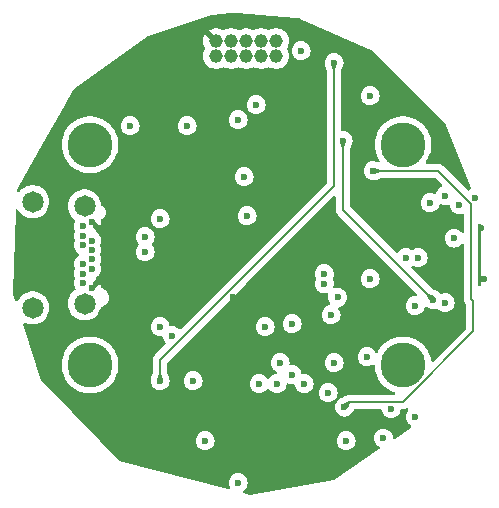
<source format=gbr>
%TF.GenerationSoftware,KiCad,Pcbnew,7.0.9*%
%TF.CreationDate,2023-12-29T19:26:42-05:00*%
%TF.ProjectId,watch-0001,77617463-682d-4303-9030-312e6b696361,v.0.0.1*%
%TF.SameCoordinates,Original*%
%TF.FileFunction,Copper,L3,Inr*%
%TF.FilePolarity,Positive*%
%FSLAX46Y46*%
G04 Gerber Fmt 4.6, Leading zero omitted, Abs format (unit mm)*
G04 Created by KiCad (PCBNEW 7.0.9) date 2023-12-29 19:26:42*
%MOMM*%
%LPD*%
G01*
G04 APERTURE LIST*
%TA.AperFunction,ComponentPad*%
%ADD10C,3.800000*%
%TD*%
%TA.AperFunction,ComponentPad*%
%ADD11C,0.600000*%
%TD*%
%TA.AperFunction,ComponentPad*%
%ADD12C,1.815000*%
%TD*%
%TA.AperFunction,ComponentPad*%
%ADD13C,1.168400*%
%TD*%
%TA.AperFunction,ViaPad*%
%ADD14C,0.600000*%
%TD*%
%TA.AperFunction,Conductor*%
%ADD15C,0.200000*%
%TD*%
G04 APERTURE END LIST*
D10*
%TO.N,N/C*%
%TO.C,H1*%
X131234000Y-78559000D03*
%TD*%
D11*
%TO.N,GND*%
%TO.C,J2*%
X131363000Y-90684000D03*
%TO.N,unconnected-(J2-SSTXP2-PadB2)*%
X130663000Y-90284000D03*
%TO.N,unconnected-(J2-SSTXN2-PadB3)*%
X130663000Y-89484000D03*
%TO.N,VBUS*%
X131363000Y-89084000D03*
%TO.N,Net-(J2-CC2)*%
X130663000Y-88684000D03*
%TO.N,unconnected-(J2-DP2-PadB6)*%
X131363000Y-88284000D03*
%TO.N,unconnected-(J2-DN2-PadB7)*%
X131363000Y-87484000D03*
%TO.N,unconnected-(J2-SBU2-PadB8)*%
X130663000Y-87084000D03*
%TO.N,VBUS*%
X131363000Y-86684000D03*
%TO.N,unconnected-(J2-SSRXN1-PadB10)*%
X130663000Y-86284000D03*
%TO.N,unconnected-(J2-SSRXP1-PadB11)*%
X130663000Y-85484000D03*
%TO.N,GND*%
X131363000Y-85084000D03*
D12*
%TO.N,unconnected-(J2-PadMH1)*%
X130773000Y-83754000D03*
%TO.N,unconnected-(J2-PadMH2)*%
X130773000Y-92014000D03*
%TO.N,unconnected-(J2-PadMH3)*%
X126373000Y-92374000D03*
%TO.N,unconnected-(J2-PadMH4)*%
X126373000Y-83394000D03*
%TD*%
D10*
%TO.N,N/C*%
%TO.C,H4*%
X157734000Y-97209000D03*
%TD*%
%TO.N,N/C*%
%TO.C,H3*%
X157734000Y-78559000D03*
%TD*%
%TO.N,N/C*%
%TO.C,H2*%
X131234000Y-97209000D03*
%TD*%
D13*
%TO.N,+3V3*%
%TO.C,J3*%
X146977100Y-69786500D03*
%TO.N,/JTAG_TMS*%
X145707100Y-69786500D03*
%TO.N,GND*%
X144437100Y-69786500D03*
%TO.N,/JTAG_TCK*%
X143167100Y-69786500D03*
%TO.N,GND*%
X141897100Y-69786500D03*
%TO.N,/JTAG_TDO*%
X146977100Y-71056500D03*
%TO.N,GND*%
X145707100Y-71056500D03*
%TO.N,/JTAG_TDI*%
X144437100Y-71056500D03*
%TO.N,GND*%
X143167100Y-71056500D03*
%TO.N,unconnected-(J3-Pad10)*%
X141897100Y-71056500D03*
%TD*%
D14*
%TO.N,I2C_SDA*%
X161290000Y-82870137D03*
X158750000Y-101600000D03*
X148336000Y-93726000D03*
X158750000Y-92202000D03*
%TO.N,I2C_SCL*%
X146050000Y-93980000D03*
X156718000Y-100932500D03*
X160020000Y-83474500D03*
X161290000Y-91948000D03*
%TO.N,DISP_SPI_MISO*%
X149352000Y-98806000D03*
%TO.N,DISP_SPI_MOSI*%
X148336000Y-98044000D03*
%TO.N,+BATT*%
X143764000Y-76454000D03*
X145288000Y-75184000D03*
X144272000Y-81280000D03*
%TO.N,DISP_SPI_SCLK*%
X147066000Y-98806000D03*
%TO.N,CHG*%
X137160000Y-84836000D03*
%TO.N,+3V3*%
X144526000Y-84582000D03*
X162494000Y-83636500D03*
X152908000Y-103632000D03*
X157988000Y-88138000D03*
X154940000Y-89916000D03*
%TO.N,Net-(IC2-~{MR})*%
X155194000Y-80772000D03*
X152771676Y-100778445D03*
%TO.N,BAT_MON_EN*%
X151892000Y-71628000D03*
X137160000Y-98552000D03*
%TO.N,Net-(IC2-~{RESET})*%
X152654000Y-78232000D03*
X160274000Y-91694000D03*
%TO.N,/JTAG_TMS*%
X149098000Y-70612000D03*
X151892000Y-97028000D03*
%TO.N,/JTAG_TDO*%
X139954000Y-98552000D03*
%TO.N,DISP_CS*%
X145542000Y-98806000D03*
%TO.N,GND*%
X162560000Y-93218000D03*
X164338000Y-85598000D03*
X164592000Y-89916000D03*
X143310000Y-91494000D03*
X152654000Y-70358000D03*
X159512000Y-82296000D03*
X151130000Y-100584000D03*
X154686000Y-82296000D03*
X160782000Y-77724000D03*
X149860000Y-86614000D03*
X133096000Y-91694000D03*
X134620000Y-78994000D03*
X150368000Y-74422000D03*
X153924000Y-101346000D03*
%TO.N,VBUS*%
X139446000Y-76962000D03*
X134620000Y-76962000D03*
%TO.N,/DISP_BL*%
X151059225Y-89486747D03*
%TO.N,/TP_INT*%
X151059085Y-90334429D03*
%TO.N,/TP_RST*%
X152188911Y-91482911D03*
%TO.N,DISP_RST*%
X143764000Y-107188000D03*
%TO.N,DISP_DC*%
X147320000Y-97028000D03*
%TO.N,IMU_INT*%
X154686000Y-96520000D03*
X156054470Y-103409248D03*
%TO.N,PR_INT_DRDY*%
X163830000Y-83058000D03*
X137160000Y-93980000D03*
%TO.N,BAT_MON*%
X151638000Y-92964000D03*
X151384000Y-99568000D03*
X154940000Y-74422000D03*
%TO.N,Net-(U1-RXD0)*%
X140970000Y-103632000D03*
X135890000Y-87630000D03*
%TO.N,Net-(U1-TXD0)*%
X138176000Y-94742000D03*
X135890000Y-86360000D03*
%TO.N,Net-(U4-VDD)*%
X159004000Y-88138000D03*
X162052000Y-86483502D03*
%TD*%
D15*
%TO.N,Net-(IC2-~{MR})*%
X163488000Y-83564529D02*
X160695471Y-80772000D01*
X153217621Y-100332500D02*
X157722651Y-100332500D01*
X163488000Y-91636082D02*
X163488000Y-83564529D01*
X157722651Y-100332500D02*
X163687959Y-94367192D01*
X155194000Y-80772000D02*
X155448000Y-80772000D01*
X163687959Y-91836041D02*
X163488000Y-91636082D01*
X163687959Y-94367192D02*
X163687959Y-91836041D01*
X152771676Y-100778445D02*
X153217621Y-100332500D01*
X160695471Y-80772000D02*
X155194000Y-80772000D01*
%TO.N,BAT_MON_EN*%
X137160000Y-96774000D02*
X137160000Y-98552000D01*
X151892000Y-71628000D02*
X151892000Y-82042000D01*
X151892000Y-82042000D02*
X137160000Y-96774000D01*
%TO.N,Net-(IC2-~{RESET})*%
X160274000Y-91694000D02*
X152654000Y-84074000D01*
X152654000Y-84074000D02*
X152654000Y-79756000D01*
X152654000Y-79756000D02*
X152654000Y-78232000D01*
%TD*%
%TA.AperFunction,Conductor*%
%TO.N,Net-(IC2-~{MR})*%
G36*
X153131015Y-100289257D02*
G01*
X153260863Y-100419105D01*
X153264290Y-100427378D01*
X153263199Y-100432312D01*
X153053553Y-100883115D01*
X153046957Y-100889171D01*
X153038500Y-100889004D01*
X152775491Y-100781008D01*
X152769139Y-100774696D01*
X152769112Y-100774629D01*
X152661116Y-100511620D01*
X152661143Y-100502665D01*
X152667002Y-100496569D01*
X153117810Y-100286920D01*
X153126755Y-100286540D01*
X153131015Y-100289257D01*
G37*
%TD.AperFunction*%
%TD*%
%TA.AperFunction,Conductor*%
%TO.N,Net-(IC2-~{RESET})*%
G36*
X159927864Y-91202475D02*
G01*
X160378671Y-91412123D01*
X160384726Y-91418718D01*
X160384559Y-91427175D01*
X160276563Y-91690184D01*
X160270251Y-91696536D01*
X160270184Y-91696563D01*
X160007175Y-91804559D01*
X159998220Y-91804532D01*
X159992123Y-91798671D01*
X159782475Y-91347865D01*
X159782095Y-91338920D01*
X159784810Y-91334662D01*
X159914661Y-91204811D01*
X159922933Y-91201385D01*
X159927864Y-91202475D01*
G37*
%TD.AperFunction*%
%TD*%
%TA.AperFunction,Conductor*%
%TO.N,GND*%
G36*
X143700045Y-67406483D02*
G01*
X148627649Y-67800691D01*
X148636308Y-67802005D01*
X148975108Y-67878207D01*
X148997822Y-67885681D01*
X155172710Y-70602632D01*
X155210449Y-70628449D01*
X161272002Y-76690002D01*
X161299452Y-76731631D01*
X163489382Y-82206458D01*
X163496003Y-82276013D01*
X163463969Y-82338106D01*
X163440223Y-82357504D01*
X163333567Y-82424521D01*
X163266331Y-82443521D01*
X163199495Y-82423153D01*
X163179914Y-82407208D01*
X162174521Y-81401815D01*
X161150791Y-80378085D01*
X161145451Y-80371995D01*
X161123753Y-80343718D01*
X160998312Y-80247464D01*
X160852233Y-80186956D01*
X160852231Y-80186955D01*
X160734832Y-80171500D01*
X160695471Y-80166318D01*
X160660141Y-80170969D01*
X160652043Y-80171500D01*
X159778862Y-80171500D01*
X159711823Y-80151815D01*
X159666068Y-80099011D01*
X159656124Y-80029853D01*
X159677924Y-79976140D01*
X159677797Y-79976059D01*
X159678242Y-79975357D01*
X159678544Y-79974614D01*
X159679877Y-79972776D01*
X159679885Y-79972768D01*
X159841733Y-79717736D01*
X159970341Y-79444430D01*
X160063681Y-79157160D01*
X160120280Y-78860457D01*
X160139246Y-78559000D01*
X160134912Y-78490120D01*
X160120281Y-78257553D01*
X160120280Y-78257546D01*
X160120280Y-78257543D01*
X160063681Y-77960840D01*
X159970341Y-77673570D01*
X159841733Y-77400264D01*
X159739626Y-77239369D01*
X159679888Y-77145236D01*
X159629076Y-77083815D01*
X159487349Y-76912496D01*
X159267162Y-76705726D01*
X159267159Y-76705724D01*
X159267153Y-76705719D01*
X159022806Y-76528191D01*
X159022799Y-76528186D01*
X159022795Y-76528184D01*
X158758104Y-76382668D01*
X158758101Y-76382666D01*
X158758096Y-76382664D01*
X158758095Y-76382663D01*
X158477265Y-76271475D01*
X158477262Y-76271474D01*
X158184695Y-76196357D01*
X157885036Y-76158500D01*
X157885027Y-76158500D01*
X157582973Y-76158500D01*
X157582963Y-76158500D01*
X157283304Y-76196357D01*
X156990737Y-76271474D01*
X156990734Y-76271475D01*
X156709904Y-76382663D01*
X156709903Y-76382664D01*
X156445205Y-76528184D01*
X156445193Y-76528191D01*
X156200846Y-76705719D01*
X156200836Y-76705727D01*
X155980652Y-76912494D01*
X155788111Y-77145236D01*
X155626268Y-77400261D01*
X155626265Y-77400267D01*
X155497661Y-77673563D01*
X155497659Y-77673568D01*
X155404320Y-77960835D01*
X155347719Y-78257546D01*
X155347718Y-78257553D01*
X155328754Y-78558994D01*
X155328754Y-78559005D01*
X155347718Y-78860446D01*
X155347719Y-78860453D01*
X155404320Y-79157164D01*
X155497659Y-79444431D01*
X155497661Y-79444436D01*
X155626265Y-79717732D01*
X155626268Y-79717738D01*
X155723899Y-79871580D01*
X155743200Y-79938730D01*
X155723133Y-80005656D01*
X155670068Y-80051109D01*
X155600854Y-80060657D01*
X155576672Y-80054500D01*
X155492683Y-80023833D01*
X155452111Y-80010927D01*
X155452105Y-80010926D01*
X155452095Y-80010924D01*
X155450718Y-80010754D01*
X155424992Y-80004735D01*
X155373252Y-79986631D01*
X155194004Y-79966435D01*
X155193996Y-79966435D01*
X155014750Y-79986630D01*
X155014745Y-79986631D01*
X154844476Y-80046211D01*
X154691737Y-80142184D01*
X154564184Y-80269737D01*
X154468211Y-80422476D01*
X154408631Y-80592745D01*
X154408630Y-80592750D01*
X154388435Y-80771996D01*
X154388435Y-80772003D01*
X154408630Y-80951249D01*
X154408631Y-80951254D01*
X154468211Y-81121523D01*
X154564184Y-81274262D01*
X154691738Y-81401816D01*
X154844478Y-81497789D01*
X155014745Y-81557368D01*
X155014750Y-81557369D01*
X155193996Y-81577565D01*
X155194000Y-81577565D01*
X155194004Y-81577565D01*
X155373249Y-81557369D01*
X155373250Y-81557368D01*
X155373255Y-81557368D01*
X155456040Y-81528399D01*
X155463726Y-81526256D01*
X155492687Y-81520166D01*
X155876495Y-81380022D01*
X155919026Y-81372500D01*
X160395374Y-81372500D01*
X160462413Y-81392185D01*
X160483055Y-81408819D01*
X161006951Y-81932715D01*
X161040436Y-81994038D01*
X161035452Y-82063730D01*
X160993580Y-82119663D01*
X160960226Y-82137437D01*
X160940479Y-82144346D01*
X160787737Y-82240321D01*
X160660184Y-82367874D01*
X160564210Y-82520615D01*
X160512821Y-82667480D01*
X160472099Y-82724256D01*
X160407147Y-82750004D01*
X160354824Y-82743568D01*
X160199254Y-82689131D01*
X160199249Y-82689130D01*
X160020004Y-82668935D01*
X160019996Y-82668935D01*
X159840750Y-82689130D01*
X159840745Y-82689131D01*
X159670476Y-82748711D01*
X159517737Y-82844684D01*
X159390184Y-82972237D01*
X159294211Y-83124976D01*
X159234631Y-83295245D01*
X159234630Y-83295250D01*
X159214435Y-83474496D01*
X159214435Y-83474503D01*
X159234630Y-83653749D01*
X159234631Y-83653754D01*
X159294211Y-83824023D01*
X159374741Y-83952184D01*
X159390184Y-83976762D01*
X159517738Y-84104316D01*
X159670478Y-84200289D01*
X159762469Y-84232478D01*
X159840745Y-84259868D01*
X159840750Y-84259869D01*
X160019996Y-84280065D01*
X160020000Y-84280065D01*
X160020004Y-84280065D01*
X160199249Y-84259869D01*
X160199252Y-84259868D01*
X160199255Y-84259868D01*
X160369522Y-84200289D01*
X160522262Y-84104316D01*
X160649816Y-83976762D01*
X160745789Y-83824022D01*
X160797180Y-83677154D01*
X160837901Y-83620380D01*
X160902853Y-83594632D01*
X160955176Y-83601069D01*
X161110737Y-83655503D01*
X161110743Y-83655504D01*
X161110745Y-83655505D01*
X161110746Y-83655505D01*
X161110750Y-83655506D01*
X161289996Y-83675702D01*
X161290000Y-83675702D01*
X161290004Y-83675702D01*
X161469249Y-83655506D01*
X161469251Y-83655505D01*
X161469255Y-83655505D01*
X161469258Y-83655503D01*
X161469262Y-83655503D01*
X161535415Y-83632355D01*
X161605193Y-83628792D01*
X161665821Y-83663521D01*
X161698048Y-83725514D01*
X161699590Y-83735512D01*
X161708630Y-83815750D01*
X161708631Y-83815754D01*
X161768211Y-83986023D01*
X161836046Y-84093981D01*
X161864184Y-84138762D01*
X161991738Y-84266316D01*
X162144478Y-84362289D01*
X162260095Y-84402745D01*
X162314745Y-84421868D01*
X162314750Y-84421869D01*
X162493996Y-84442065D01*
X162494000Y-84442065D01*
X162494004Y-84442065D01*
X162673249Y-84421869D01*
X162673252Y-84421868D01*
X162673255Y-84421868D01*
X162673256Y-84421867D01*
X162673259Y-84421867D01*
X162722544Y-84404621D01*
X162792323Y-84401058D01*
X162852951Y-84435787D01*
X162885178Y-84497780D01*
X162887500Y-84521662D01*
X162887500Y-85887562D01*
X162867815Y-85954601D01*
X162815011Y-86000356D01*
X162745853Y-86010300D01*
X162682297Y-85981275D01*
X162675819Y-85975243D01*
X162554262Y-85853686D01*
X162401523Y-85757713D01*
X162231254Y-85698133D01*
X162231249Y-85698132D01*
X162052004Y-85677937D01*
X162051996Y-85677937D01*
X161872750Y-85698132D01*
X161872745Y-85698133D01*
X161702476Y-85757713D01*
X161549737Y-85853686D01*
X161422184Y-85981239D01*
X161326211Y-86133978D01*
X161266631Y-86304247D01*
X161266630Y-86304252D01*
X161246435Y-86483498D01*
X161246435Y-86483505D01*
X161266630Y-86662751D01*
X161266631Y-86662756D01*
X161326211Y-86833025D01*
X161408044Y-86963260D01*
X161422184Y-86985764D01*
X161549738Y-87113318D01*
X161702478Y-87209291D01*
X161856681Y-87263249D01*
X161872745Y-87268870D01*
X161872750Y-87268871D01*
X162051996Y-87289067D01*
X162052000Y-87289067D01*
X162052004Y-87289067D01*
X162231249Y-87268871D01*
X162231252Y-87268870D01*
X162231255Y-87268870D01*
X162401522Y-87209291D01*
X162554262Y-87113318D01*
X162675819Y-86991761D01*
X162737142Y-86958276D01*
X162806834Y-86963260D01*
X162862767Y-87005132D01*
X162887184Y-87070596D01*
X162887500Y-87079442D01*
X162887500Y-91592653D01*
X162886969Y-91600751D01*
X162882318Y-91636082D01*
X162891542Y-91706147D01*
X162902956Y-91792844D01*
X162963464Y-91938923D01*
X163059718Y-92064364D01*
X163059721Y-92064366D01*
X163061835Y-92067121D01*
X163087029Y-92132290D01*
X163087459Y-92142608D01*
X163087459Y-94067094D01*
X163067774Y-94134133D01*
X163051140Y-94154775D01*
X160314411Y-96891503D01*
X160253088Y-96924988D01*
X160183396Y-96920004D01*
X160127463Y-96878132D01*
X160104926Y-96827059D01*
X160063681Y-96610840D01*
X159970341Y-96323570D01*
X159968034Y-96318668D01*
X159841734Y-96050267D01*
X159841733Y-96050264D01*
X159813828Y-96006293D01*
X159679888Y-95795236D01*
X159629751Y-95734631D01*
X159487349Y-95562496D01*
X159267162Y-95355726D01*
X159267159Y-95355724D01*
X159267153Y-95355719D01*
X159022806Y-95178191D01*
X159022799Y-95178186D01*
X159022795Y-95178184D01*
X158758104Y-95032668D01*
X158758101Y-95032666D01*
X158758096Y-95032664D01*
X158758095Y-95032663D01*
X158477265Y-94921475D01*
X158477262Y-94921474D01*
X158184695Y-94846357D01*
X157885036Y-94808500D01*
X157885027Y-94808500D01*
X157582973Y-94808500D01*
X157582963Y-94808500D01*
X157283304Y-94846357D01*
X156990737Y-94921474D01*
X156990734Y-94921475D01*
X156709904Y-95032663D01*
X156709903Y-95032664D01*
X156445205Y-95178184D01*
X156445193Y-95178191D01*
X156200846Y-95355719D01*
X156200836Y-95355727D01*
X155980652Y-95562494D01*
X155788111Y-95795236D01*
X155626268Y-96050261D01*
X155626267Y-96050262D01*
X155598628Y-96108998D01*
X155552272Y-96161275D01*
X155485012Y-96180192D01*
X155418202Y-96159742D01*
X155381436Y-96122172D01*
X155315816Y-96017738D01*
X155188262Y-95890184D01*
X155035523Y-95794211D01*
X154865254Y-95734631D01*
X154865249Y-95734630D01*
X154686004Y-95714435D01*
X154685996Y-95714435D01*
X154506750Y-95734630D01*
X154506745Y-95734631D01*
X154336476Y-95794211D01*
X154183737Y-95890184D01*
X154056184Y-96017737D01*
X153960211Y-96170476D01*
X153900631Y-96340745D01*
X153900630Y-96340750D01*
X153880435Y-96519996D01*
X153880435Y-96520003D01*
X153900630Y-96699249D01*
X153900631Y-96699254D01*
X153960211Y-96869523D01*
X154033660Y-96986416D01*
X154056184Y-97022262D01*
X154183738Y-97149816D01*
X154217834Y-97171240D01*
X154336474Y-97245787D01*
X154336478Y-97245789D01*
X154452212Y-97286286D01*
X154506745Y-97305368D01*
X154506750Y-97305369D01*
X154685996Y-97325565D01*
X154686000Y-97325565D01*
X154686004Y-97325565D01*
X154865249Y-97305369D01*
X154865252Y-97305368D01*
X154865255Y-97305368D01*
X155035522Y-97245789D01*
X155035524Y-97245787D01*
X155035526Y-97245787D01*
X155143200Y-97178131D01*
X155210436Y-97159130D01*
X155277271Y-97179497D01*
X155322486Y-97232765D01*
X155332927Y-97275338D01*
X155347718Y-97510446D01*
X155347719Y-97510453D01*
X155347720Y-97510457D01*
X155397052Y-97769067D01*
X155404320Y-97807164D01*
X155497659Y-98094431D01*
X155497661Y-98094436D01*
X155626265Y-98367732D01*
X155626268Y-98367738D01*
X155788111Y-98622763D01*
X155788114Y-98622767D01*
X155788115Y-98622768D01*
X155959029Y-98829368D01*
X155980652Y-98855505D01*
X156200836Y-99062272D01*
X156200846Y-99062280D01*
X156445193Y-99239808D01*
X156445198Y-99239810D01*
X156445205Y-99239816D01*
X156709896Y-99385332D01*
X156709901Y-99385334D01*
X156709903Y-99385335D01*
X156709904Y-99385336D01*
X156981096Y-99492708D01*
X157036182Y-99535689D01*
X157059285Y-99601628D01*
X157043072Y-99669590D01*
X156992689Y-99717998D01*
X156935449Y-99732000D01*
X153261049Y-99732000D01*
X153252950Y-99731469D01*
X153217621Y-99726818D01*
X153217620Y-99726818D01*
X153060860Y-99747455D01*
X153060858Y-99747456D01*
X152914779Y-99807964D01*
X152873047Y-99839985D01*
X152849852Y-99854043D01*
X152594783Y-99972664D01*
X152453841Y-100038210D01*
X152449192Y-100040614D01*
X152437672Y-100046574D01*
X152429662Y-100050027D01*
X152422154Y-100052655D01*
X152269413Y-100148629D01*
X152227391Y-100190651D01*
X152166068Y-100224135D01*
X152134902Y-100221905D01*
X152139648Y-100234628D01*
X152124797Y-100302901D01*
X152120958Y-100309447D01*
X152045887Y-100428921D01*
X151986307Y-100599190D01*
X151986306Y-100599195D01*
X151966111Y-100778441D01*
X151966111Y-100778448D01*
X151986306Y-100957694D01*
X151986307Y-100957699D01*
X152045887Y-101127968D01*
X152122866Y-101250478D01*
X152141860Y-101280707D01*
X152269414Y-101408261D01*
X152422154Y-101504234D01*
X152550874Y-101549275D01*
X152592421Y-101563813D01*
X152592426Y-101563814D01*
X152771672Y-101584010D01*
X152771676Y-101584010D01*
X152771680Y-101584010D01*
X152950925Y-101563814D01*
X152950928Y-101563813D01*
X152950931Y-101563813D01*
X153121198Y-101504234D01*
X153273938Y-101408261D01*
X153401492Y-101280707D01*
X153497465Y-101127967D01*
X153499700Y-101121577D01*
X153510146Y-101100362D01*
X153509761Y-101100149D01*
X153511905Y-101096285D01*
X153511912Y-101096275D01*
X153554493Y-101004711D01*
X153600610Y-100952225D01*
X153666929Y-100933000D01*
X155801678Y-100933000D01*
X155868717Y-100952685D01*
X155914472Y-101005489D01*
X155924898Y-101043117D01*
X155932630Y-101111749D01*
X155992210Y-101282021D01*
X156079380Y-101420750D01*
X156088184Y-101434762D01*
X156215738Y-101562316D01*
X156368478Y-101658289D01*
X156538745Y-101717868D01*
X156538750Y-101717869D01*
X156717996Y-101738065D01*
X156718000Y-101738065D01*
X156718004Y-101738065D01*
X156897249Y-101717869D01*
X156897252Y-101717868D01*
X156897255Y-101717868D01*
X157067522Y-101658289D01*
X157220262Y-101562316D01*
X157347816Y-101434762D01*
X157443789Y-101282022D01*
X157503368Y-101111755D01*
X157504948Y-101097738D01*
X157511102Y-101043117D01*
X157538168Y-100978703D01*
X157595763Y-100939148D01*
X157634322Y-100933000D01*
X157679223Y-100933000D01*
X157687321Y-100933530D01*
X157722651Y-100938182D01*
X157722652Y-100938182D01*
X157774905Y-100931302D01*
X157879413Y-100917544D01*
X158022110Y-100858436D01*
X158091577Y-100850968D01*
X158154057Y-100882243D01*
X158189709Y-100942332D01*
X158187216Y-101012157D01*
X158157243Y-101060678D01*
X158120184Y-101097737D01*
X158024211Y-101250476D01*
X157964631Y-101420745D01*
X157964630Y-101420750D01*
X157944435Y-101599996D01*
X157944435Y-101600003D01*
X157964630Y-101779249D01*
X157964631Y-101779254D01*
X158024211Y-101949523D01*
X158120184Y-102102262D01*
X158247738Y-102229816D01*
X158281505Y-102251033D01*
X158392180Y-102320575D01*
X158438471Y-102372910D01*
X158449119Y-102441963D01*
X158420744Y-102505812D01*
X158395753Y-102528231D01*
X157046514Y-103442232D01*
X156979971Y-103463534D01*
X156912475Y-103445478D01*
X156865455Y-103393797D01*
X156853749Y-103353453D01*
X156839839Y-103229998D01*
X156839838Y-103229993D01*
X156780258Y-103059724D01*
X156684285Y-102906985D01*
X156556732Y-102779432D01*
X156403993Y-102683459D01*
X156233724Y-102623879D01*
X156233719Y-102623878D01*
X156054474Y-102603683D01*
X156054466Y-102603683D01*
X155875220Y-102623878D01*
X155875215Y-102623879D01*
X155704946Y-102683459D01*
X155552207Y-102779432D01*
X155424654Y-102906985D01*
X155328681Y-103059724D01*
X155269101Y-103229993D01*
X155269100Y-103229998D01*
X155248905Y-103409244D01*
X155248905Y-103409251D01*
X155269100Y-103588497D01*
X155269101Y-103588502D01*
X155328681Y-103758771D01*
X155424654Y-103911510D01*
X155552208Y-104039064D01*
X155677170Y-104117583D01*
X155709482Y-104137886D01*
X155755773Y-104190221D01*
X155766421Y-104259274D01*
X155738046Y-104323123D01*
X155713055Y-104345542D01*
X151913811Y-106919224D01*
X151866064Y-106938631D01*
X144806410Y-108199283D01*
X144754001Y-108197376D01*
X144257276Y-108070836D01*
X144197171Y-108035211D01*
X144165867Y-107972746D01*
X144173304Y-107903274D01*
X144217121Y-107848850D01*
X144221871Y-107845708D01*
X144266262Y-107817816D01*
X144393816Y-107690262D01*
X144489789Y-107537522D01*
X144549368Y-107367255D01*
X144549369Y-107367249D01*
X144569565Y-107188003D01*
X144569565Y-107187996D01*
X144549369Y-107008750D01*
X144549368Y-107008745D01*
X144489789Y-106838478D01*
X144393816Y-106685738D01*
X144266262Y-106558184D01*
X144113523Y-106462211D01*
X143943254Y-106402631D01*
X143943249Y-106402630D01*
X143764004Y-106382435D01*
X143763996Y-106382435D01*
X143584750Y-106402630D01*
X143584745Y-106402631D01*
X143414476Y-106462211D01*
X143261737Y-106558184D01*
X143134184Y-106685737D01*
X143038211Y-106838476D01*
X142978631Y-107008745D01*
X142978630Y-107008750D01*
X142958435Y-107187996D01*
X142958435Y-107188003D01*
X142978630Y-107367249D01*
X142978631Y-107367254D01*
X143038212Y-107537526D01*
X143039768Y-107540002D01*
X143040284Y-107541828D01*
X143041231Y-107543795D01*
X143040886Y-107543960D01*
X143058765Y-107607240D01*
X143038395Y-107674074D01*
X142985126Y-107719286D01*
X142915869Y-107728521D01*
X142904161Y-107726132D01*
X133981275Y-105453038D01*
X133949096Y-105439803D01*
X133757095Y-105327056D01*
X133526118Y-105177299D01*
X133504257Y-105159266D01*
X132033559Y-103632003D01*
X140164435Y-103632003D01*
X140184630Y-103811249D01*
X140184631Y-103811254D01*
X140244211Y-103981523D01*
X140280366Y-104039063D01*
X140340184Y-104134262D01*
X140467738Y-104261816D01*
X140620478Y-104357789D01*
X140790745Y-104417368D01*
X140790750Y-104417369D01*
X140969996Y-104437565D01*
X140970000Y-104437565D01*
X140970004Y-104437565D01*
X141149249Y-104417369D01*
X141149252Y-104417368D01*
X141149255Y-104417368D01*
X141319522Y-104357789D01*
X141472262Y-104261816D01*
X141599816Y-104134262D01*
X141695789Y-103981522D01*
X141755368Y-103811255D01*
X141755369Y-103811249D01*
X141775565Y-103632003D01*
X152102435Y-103632003D01*
X152122630Y-103811249D01*
X152122631Y-103811254D01*
X152182211Y-103981523D01*
X152218366Y-104039063D01*
X152278184Y-104134262D01*
X152405738Y-104261816D01*
X152558478Y-104357789D01*
X152728745Y-104417368D01*
X152728750Y-104417369D01*
X152907996Y-104437565D01*
X152908000Y-104437565D01*
X152908004Y-104437565D01*
X153087249Y-104417369D01*
X153087252Y-104417368D01*
X153087255Y-104417368D01*
X153257522Y-104357789D01*
X153410262Y-104261816D01*
X153537816Y-104134262D01*
X153633789Y-103981522D01*
X153693368Y-103811255D01*
X153693369Y-103811249D01*
X153713565Y-103632003D01*
X153713565Y-103631996D01*
X153693369Y-103452750D01*
X153693368Y-103452745D01*
X153633788Y-103282476D01*
X153594582Y-103220080D01*
X153537816Y-103129738D01*
X153410262Y-103002184D01*
X153257523Y-102906211D01*
X153087254Y-102846631D01*
X153087249Y-102846630D01*
X152908004Y-102826435D01*
X152907996Y-102826435D01*
X152728750Y-102846630D01*
X152728745Y-102846631D01*
X152558476Y-102906211D01*
X152405737Y-103002184D01*
X152278184Y-103129737D01*
X152182211Y-103282476D01*
X152122631Y-103452745D01*
X152122630Y-103452750D01*
X152102435Y-103631996D01*
X152102435Y-103632003D01*
X141775565Y-103632003D01*
X141775565Y-103631996D01*
X141755369Y-103452750D01*
X141755368Y-103452745D01*
X141695788Y-103282476D01*
X141656582Y-103220080D01*
X141599816Y-103129738D01*
X141472262Y-103002184D01*
X141319523Y-102906211D01*
X141149254Y-102846631D01*
X141149249Y-102846630D01*
X140970004Y-102826435D01*
X140969996Y-102826435D01*
X140790750Y-102846630D01*
X140790745Y-102846631D01*
X140620476Y-102906211D01*
X140467737Y-103002184D01*
X140340184Y-103129737D01*
X140244211Y-103282476D01*
X140184631Y-103452745D01*
X140184630Y-103452750D01*
X140164435Y-103631996D01*
X140164435Y-103632003D01*
X132033559Y-103632003D01*
X127428248Y-98849565D01*
X127139727Y-98549947D01*
X127111212Y-98502544D01*
X126687393Y-97209005D01*
X128828754Y-97209005D01*
X128847718Y-97510446D01*
X128847719Y-97510453D01*
X128847720Y-97510457D01*
X128897052Y-97769067D01*
X128904320Y-97807164D01*
X128997659Y-98094431D01*
X128997661Y-98094436D01*
X129126265Y-98367732D01*
X129126268Y-98367738D01*
X129288111Y-98622763D01*
X129288114Y-98622767D01*
X129288115Y-98622768D01*
X129459029Y-98829368D01*
X129480652Y-98855505D01*
X129700836Y-99062272D01*
X129700846Y-99062280D01*
X129945193Y-99239808D01*
X129945198Y-99239810D01*
X129945205Y-99239816D01*
X130209896Y-99385332D01*
X130209901Y-99385334D01*
X130209903Y-99385335D01*
X130209904Y-99385336D01*
X130490734Y-99496524D01*
X130490737Y-99496525D01*
X130588259Y-99521564D01*
X130783302Y-99571642D01*
X130930039Y-99590179D01*
X131082963Y-99609499D01*
X131082969Y-99609499D01*
X131082973Y-99609500D01*
X131082975Y-99609500D01*
X131385025Y-99609500D01*
X131385027Y-99609500D01*
X131385032Y-99609499D01*
X131385036Y-99609499D01*
X131464591Y-99599448D01*
X131684698Y-99571642D01*
X131977262Y-99496525D01*
X131986903Y-99492708D01*
X132258095Y-99385336D01*
X132258096Y-99385335D01*
X132258094Y-99385335D01*
X132258104Y-99385332D01*
X132522795Y-99239816D01*
X132767162Y-99062274D01*
X132987349Y-98855504D01*
X133179885Y-98622768D01*
X133224794Y-98552003D01*
X136354435Y-98552003D01*
X136374630Y-98731249D01*
X136374631Y-98731254D01*
X136434211Y-98901523D01*
X136486820Y-98985249D01*
X136530184Y-99054262D01*
X136657738Y-99181816D01*
X136810478Y-99277789D01*
X136897565Y-99308262D01*
X136980745Y-99337368D01*
X136980750Y-99337369D01*
X137159996Y-99357565D01*
X137160000Y-99357565D01*
X137160004Y-99357565D01*
X137339249Y-99337369D01*
X137339252Y-99337368D01*
X137339255Y-99337368D01*
X137509522Y-99277789D01*
X137662262Y-99181816D01*
X137789816Y-99054262D01*
X137885789Y-98901522D01*
X137945368Y-98731255D01*
X137945369Y-98731249D01*
X137965565Y-98552003D01*
X139148435Y-98552003D01*
X139168630Y-98731249D01*
X139168631Y-98731254D01*
X139228211Y-98901523D01*
X139280820Y-98985249D01*
X139324184Y-99054262D01*
X139451738Y-99181816D01*
X139604478Y-99277789D01*
X139691565Y-99308262D01*
X139774745Y-99337368D01*
X139774750Y-99337369D01*
X139953996Y-99357565D01*
X139954000Y-99357565D01*
X139954004Y-99357565D01*
X140133249Y-99337369D01*
X140133252Y-99337368D01*
X140133255Y-99337368D01*
X140303522Y-99277789D01*
X140456262Y-99181816D01*
X140583816Y-99054262D01*
X140679789Y-98901522D01*
X140713213Y-98806003D01*
X144736435Y-98806003D01*
X144756630Y-98985249D01*
X144756631Y-98985254D01*
X144816211Y-99155523D01*
X144905486Y-99297603D01*
X144912184Y-99308262D01*
X145039738Y-99435816D01*
X145192478Y-99531789D01*
X145362745Y-99591368D01*
X145362750Y-99591369D01*
X145541996Y-99611565D01*
X145542000Y-99611565D01*
X145542004Y-99611565D01*
X145721249Y-99591369D01*
X145721252Y-99591368D01*
X145721255Y-99591368D01*
X145891522Y-99531789D01*
X146044262Y-99435816D01*
X146171816Y-99308262D01*
X146199006Y-99264988D01*
X146251341Y-99218698D01*
X146320394Y-99208050D01*
X146384243Y-99236425D01*
X146408993Y-99264987D01*
X146436184Y-99308262D01*
X146563738Y-99435816D01*
X146716478Y-99531789D01*
X146886745Y-99591368D01*
X146886750Y-99591369D01*
X147065996Y-99611565D01*
X147066000Y-99611565D01*
X147066004Y-99611565D01*
X147245249Y-99591369D01*
X147245252Y-99591368D01*
X147245255Y-99591368D01*
X147415522Y-99531789D01*
X147568262Y-99435816D01*
X147695816Y-99308262D01*
X147791789Y-99155522D01*
X147851368Y-98985255D01*
X147862439Y-98886991D01*
X147889505Y-98822579D01*
X147947099Y-98783023D01*
X148016936Y-98780884D01*
X148026614Y-98783834D01*
X148156737Y-98829366D01*
X148156743Y-98829367D01*
X148156745Y-98829368D01*
X148156746Y-98829368D01*
X148156750Y-98829369D01*
X148335996Y-98849565D01*
X148336000Y-98849565D01*
X148336004Y-98849565D01*
X148425423Y-98839490D01*
X148494244Y-98851545D01*
X148545624Y-98898894D01*
X148562526Y-98948824D01*
X148566630Y-98985249D01*
X148626210Y-99155521D01*
X148715486Y-99297603D01*
X148722184Y-99308262D01*
X148849738Y-99435816D01*
X149002478Y-99531789D01*
X149172745Y-99591368D01*
X149172750Y-99591369D01*
X149351996Y-99611565D01*
X149352000Y-99611565D01*
X149352004Y-99611565D01*
X149531249Y-99591369D01*
X149531252Y-99591368D01*
X149531255Y-99591368D01*
X149598028Y-99568003D01*
X150578435Y-99568003D01*
X150598630Y-99747249D01*
X150598631Y-99747254D01*
X150658211Y-99917523D01*
X150737394Y-100043541D01*
X150754184Y-100070262D01*
X150881738Y-100197816D01*
X151034478Y-100293789D01*
X151204745Y-100353368D01*
X151204750Y-100353369D01*
X151383996Y-100373565D01*
X151384000Y-100373565D01*
X151384004Y-100373565D01*
X151563249Y-100353369D01*
X151563252Y-100353368D01*
X151563255Y-100353368D01*
X151733522Y-100293789D01*
X151886262Y-100197816D01*
X151928284Y-100155793D01*
X151989605Y-100122309D01*
X152020772Y-100124537D01*
X152016027Y-100111814D01*
X152030879Y-100043541D01*
X152034718Y-100036996D01*
X152109788Y-99917524D01*
X152155786Y-99786069D01*
X152169368Y-99747255D01*
X152171671Y-99726818D01*
X152189565Y-99568003D01*
X152189565Y-99567996D01*
X152169369Y-99388750D01*
X152169368Y-99388745D01*
X152117255Y-99239815D01*
X152109789Y-99218478D01*
X152013816Y-99065738D01*
X151886262Y-98938184D01*
X151733523Y-98842211D01*
X151563254Y-98782631D01*
X151563249Y-98782630D01*
X151384004Y-98762435D01*
X151383996Y-98762435D01*
X151204750Y-98782630D01*
X151204745Y-98782631D01*
X151034476Y-98842211D01*
X150881737Y-98938184D01*
X150754184Y-99065737D01*
X150658211Y-99218476D01*
X150598631Y-99388745D01*
X150598630Y-99388750D01*
X150578435Y-99567996D01*
X150578435Y-99568003D01*
X149598028Y-99568003D01*
X149701522Y-99531789D01*
X149854262Y-99435816D01*
X149981816Y-99308262D01*
X150077789Y-99155522D01*
X150137368Y-98985255D01*
X150142672Y-98938184D01*
X150157565Y-98806003D01*
X150157565Y-98805996D01*
X150137369Y-98626750D01*
X150137368Y-98626745D01*
X150111215Y-98552003D01*
X150077789Y-98456478D01*
X149981816Y-98303738D01*
X149854262Y-98176184D01*
X149829580Y-98160675D01*
X149701523Y-98080211D01*
X149531254Y-98020631D01*
X149531249Y-98020630D01*
X149352004Y-98000435D01*
X149351996Y-98000435D01*
X149262575Y-98010510D01*
X149193753Y-97998455D01*
X149142374Y-97951106D01*
X149125472Y-97901174D01*
X149121368Y-97864745D01*
X149061789Y-97694478D01*
X148965816Y-97541738D01*
X148838262Y-97414184D01*
X148685523Y-97318211D01*
X148515254Y-97258631D01*
X148515249Y-97258630D01*
X148336004Y-97238435D01*
X148335994Y-97238435D01*
X148253356Y-97247745D01*
X148184534Y-97235690D01*
X148133155Y-97188340D01*
X148115532Y-97120730D01*
X148116254Y-97110642D01*
X148125565Y-97028003D01*
X151086435Y-97028003D01*
X151106630Y-97207249D01*
X151106631Y-97207254D01*
X151166211Y-97377523D01*
X151189247Y-97414184D01*
X151262184Y-97530262D01*
X151389738Y-97657816D01*
X151542478Y-97753789D01*
X151633712Y-97785713D01*
X151712745Y-97813368D01*
X151712750Y-97813369D01*
X151891996Y-97833565D01*
X151892000Y-97833565D01*
X151892004Y-97833565D01*
X152071249Y-97813369D01*
X152071252Y-97813368D01*
X152071255Y-97813368D01*
X152241522Y-97753789D01*
X152394262Y-97657816D01*
X152521816Y-97530262D01*
X152617789Y-97377522D01*
X152677368Y-97207255D01*
X152677369Y-97207249D01*
X152697565Y-97028003D01*
X152697565Y-97027996D01*
X152677369Y-96848750D01*
X152677368Y-96848745D01*
X152663575Y-96809326D01*
X152617789Y-96678478D01*
X152521816Y-96525738D01*
X152394262Y-96398184D01*
X152241523Y-96302211D01*
X152071254Y-96242631D01*
X152071249Y-96242630D01*
X151892004Y-96222435D01*
X151891996Y-96222435D01*
X151712750Y-96242630D01*
X151712745Y-96242631D01*
X151542476Y-96302211D01*
X151389737Y-96398184D01*
X151262184Y-96525737D01*
X151166211Y-96678476D01*
X151106631Y-96848745D01*
X151106630Y-96848750D01*
X151086435Y-97027996D01*
X151086435Y-97028003D01*
X148125565Y-97028003D01*
X148125565Y-97027996D01*
X148105369Y-96848750D01*
X148105368Y-96848745D01*
X148091575Y-96809326D01*
X148045789Y-96678478D01*
X147949816Y-96525738D01*
X147822262Y-96398184D01*
X147669523Y-96302211D01*
X147499254Y-96242631D01*
X147499249Y-96242630D01*
X147320004Y-96222435D01*
X147319996Y-96222435D01*
X147140750Y-96242630D01*
X147140745Y-96242631D01*
X146970476Y-96302211D01*
X146817737Y-96398184D01*
X146690184Y-96525737D01*
X146594211Y-96678476D01*
X146534631Y-96848745D01*
X146534630Y-96848750D01*
X146514435Y-97027996D01*
X146514435Y-97028003D01*
X146534630Y-97207249D01*
X146534631Y-97207254D01*
X146594211Y-97377523D01*
X146617247Y-97414184D01*
X146690184Y-97530262D01*
X146817738Y-97657816D01*
X146970478Y-97753789D01*
X146970480Y-97753790D01*
X147014137Y-97769067D01*
X147070913Y-97809788D01*
X147096660Y-97874741D01*
X147083204Y-97943303D01*
X147034816Y-97993705D01*
X146987066Y-98009328D01*
X146886749Y-98020630D01*
X146886745Y-98020631D01*
X146716476Y-98080211D01*
X146563737Y-98176184D01*
X146436184Y-98303737D01*
X146436182Y-98303740D01*
X146408993Y-98347011D01*
X146356658Y-98393302D01*
X146287605Y-98403949D01*
X146223756Y-98375574D01*
X146199007Y-98347011D01*
X146171817Y-98303740D01*
X146171815Y-98303737D01*
X146044262Y-98176184D01*
X145891523Y-98080211D01*
X145721254Y-98020631D01*
X145721249Y-98020630D01*
X145542004Y-98000435D01*
X145541996Y-98000435D01*
X145362750Y-98020630D01*
X145362745Y-98020631D01*
X145192476Y-98080211D01*
X145039737Y-98176184D01*
X144912184Y-98303737D01*
X144816211Y-98456476D01*
X144756631Y-98626745D01*
X144756630Y-98626750D01*
X144736435Y-98805996D01*
X144736435Y-98806003D01*
X140713213Y-98806003D01*
X140739368Y-98731255D01*
X140739369Y-98731249D01*
X140759565Y-98552003D01*
X140759565Y-98551996D01*
X140739369Y-98372750D01*
X140739368Y-98372745D01*
X140697577Y-98253313D01*
X140679789Y-98202478D01*
X140663267Y-98176184D01*
X140640582Y-98140080D01*
X140583816Y-98049738D01*
X140456262Y-97922184D01*
X140303523Y-97826211D01*
X140133254Y-97766631D01*
X140133249Y-97766630D01*
X139954004Y-97746435D01*
X139953996Y-97746435D01*
X139774750Y-97766630D01*
X139774745Y-97766631D01*
X139604476Y-97826211D01*
X139451737Y-97922184D01*
X139324184Y-98049737D01*
X139228211Y-98202476D01*
X139168631Y-98372745D01*
X139168630Y-98372750D01*
X139148435Y-98551996D01*
X139148435Y-98552003D01*
X137965565Y-98552003D01*
X137965565Y-98551996D01*
X137945369Y-98372750D01*
X137945368Y-98372746D01*
X137945368Y-98372745D01*
X137916404Y-98289972D01*
X137914254Y-98282260D01*
X137910496Y-98264393D01*
X137908166Y-98253312D01*
X137768022Y-97869502D01*
X137760500Y-97826971D01*
X137760500Y-97074097D01*
X137780185Y-97007058D01*
X137796819Y-96986416D01*
X140803232Y-93980003D01*
X145244435Y-93980003D01*
X145264630Y-94159249D01*
X145264631Y-94159254D01*
X145324211Y-94329523D01*
X145420184Y-94482262D01*
X145547738Y-94609816D01*
X145700478Y-94705789D01*
X145838214Y-94753985D01*
X145870745Y-94765368D01*
X145870750Y-94765369D01*
X146049996Y-94785565D01*
X146050000Y-94785565D01*
X146050004Y-94785565D01*
X146229249Y-94765369D01*
X146229252Y-94765368D01*
X146229255Y-94765368D01*
X146399522Y-94705789D01*
X146552262Y-94609816D01*
X146679816Y-94482262D01*
X146775789Y-94329522D01*
X146835368Y-94159255D01*
X146840672Y-94112183D01*
X146855565Y-93980003D01*
X146855565Y-93979996D01*
X146835369Y-93800750D01*
X146835368Y-93800745D01*
X146809215Y-93726003D01*
X147530435Y-93726003D01*
X147550630Y-93905249D01*
X147550631Y-93905254D01*
X147610211Y-94075523D01*
X147691659Y-94205146D01*
X147706184Y-94228262D01*
X147833738Y-94355816D01*
X147986478Y-94451789D01*
X148073565Y-94482262D01*
X148156745Y-94511368D01*
X148156750Y-94511369D01*
X148335996Y-94531565D01*
X148336000Y-94531565D01*
X148336004Y-94531565D01*
X148515249Y-94511369D01*
X148515252Y-94511368D01*
X148515255Y-94511368D01*
X148685522Y-94451789D01*
X148838262Y-94355816D01*
X148965816Y-94228262D01*
X149061789Y-94075522D01*
X149121368Y-93905255D01*
X149123413Y-93887106D01*
X149141565Y-93726003D01*
X149141565Y-93725996D01*
X149121369Y-93546750D01*
X149121368Y-93546745D01*
X149064279Y-93383594D01*
X149061789Y-93376478D01*
X149061171Y-93375495D01*
X148965815Y-93223737D01*
X148838262Y-93096184D01*
X148685523Y-93000211D01*
X148515254Y-92940631D01*
X148515249Y-92940630D01*
X148336004Y-92920435D01*
X148335996Y-92920435D01*
X148156750Y-92940630D01*
X148156745Y-92940631D01*
X147986476Y-93000211D01*
X147833737Y-93096184D01*
X147706184Y-93223737D01*
X147610211Y-93376476D01*
X147550631Y-93546745D01*
X147550630Y-93546750D01*
X147530435Y-93725996D01*
X147530435Y-93726003D01*
X146809215Y-93726003D01*
X146775789Y-93630478D01*
X146769098Y-93619830D01*
X146679815Y-93477737D01*
X146552262Y-93350184D01*
X146399523Y-93254211D01*
X146229254Y-93194631D01*
X146229249Y-93194630D01*
X146050004Y-93174435D01*
X146049996Y-93174435D01*
X145870750Y-93194630D01*
X145870745Y-93194631D01*
X145700476Y-93254211D01*
X145547737Y-93350184D01*
X145420184Y-93477737D01*
X145324211Y-93630476D01*
X145264631Y-93800745D01*
X145264630Y-93800750D01*
X145244435Y-93979996D01*
X145244435Y-93980003D01*
X140803232Y-93980003D01*
X144448803Y-90334432D01*
X150253520Y-90334432D01*
X150273715Y-90513678D01*
X150273716Y-90513683D01*
X150333296Y-90683952D01*
X150413695Y-90811905D01*
X150429269Y-90836691D01*
X150556823Y-90964245D01*
X150709563Y-91060218D01*
X150766597Y-91080175D01*
X150879830Y-91119797D01*
X150879835Y-91119798D01*
X151059081Y-91139994D01*
X151059085Y-91139994D01*
X151059089Y-91139994D01*
X151238334Y-91119798D01*
X151238335Y-91119797D01*
X151238340Y-91119797D01*
X151256861Y-91113315D01*
X151326640Y-91109753D01*
X151387268Y-91144481D01*
X151419496Y-91206474D01*
X151414860Y-91271310D01*
X151403544Y-91303649D01*
X151403541Y-91303661D01*
X151383346Y-91482907D01*
X151383346Y-91482914D01*
X151403541Y-91662160D01*
X151403542Y-91662165D01*
X151463122Y-91832434D01*
X151560987Y-91988185D01*
X151579987Y-92055422D01*
X151559619Y-92122257D01*
X151506351Y-92167471D01*
X151469878Y-92177377D01*
X151458748Y-92178631D01*
X151458745Y-92178631D01*
X151288476Y-92238211D01*
X151135737Y-92334184D01*
X151008184Y-92461737D01*
X150912211Y-92614476D01*
X150852631Y-92784745D01*
X150852630Y-92784750D01*
X150832435Y-92963996D01*
X150832435Y-92964003D01*
X150852630Y-93143249D01*
X150852631Y-93143254D01*
X150912211Y-93313523D01*
X150956240Y-93383594D01*
X151008184Y-93466262D01*
X151135738Y-93593816D01*
X151288478Y-93689789D01*
X151348333Y-93710733D01*
X151458745Y-93749368D01*
X151458750Y-93749369D01*
X151637996Y-93769565D01*
X151638000Y-93769565D01*
X151638004Y-93769565D01*
X151817249Y-93749369D01*
X151817252Y-93749368D01*
X151817255Y-93749368D01*
X151987522Y-93689789D01*
X152140262Y-93593816D01*
X152267816Y-93466262D01*
X152363789Y-93313522D01*
X152423368Y-93143255D01*
X152433486Y-93053455D01*
X152443565Y-92964003D01*
X152443565Y-92963996D01*
X152423369Y-92784750D01*
X152423368Y-92784745D01*
X152363788Y-92614476D01*
X152265923Y-92458725D01*
X152246923Y-92391488D01*
X152267291Y-92324653D01*
X152320559Y-92279439D01*
X152357036Y-92269533D01*
X152368166Y-92268279D01*
X152538433Y-92208700D01*
X152691173Y-92112727D01*
X152818727Y-91985173D01*
X152914700Y-91832433D01*
X152974279Y-91662166D01*
X152977218Y-91636081D01*
X152994476Y-91482914D01*
X152994476Y-91482907D01*
X152974280Y-91303661D01*
X152974279Y-91303656D01*
X152940315Y-91206592D01*
X152914700Y-91133389D01*
X152818727Y-90980649D01*
X152691173Y-90853095D01*
X152665066Y-90836691D01*
X152538434Y-90757122D01*
X152368165Y-90697542D01*
X152368160Y-90697541D01*
X152188915Y-90677346D01*
X152188907Y-90677346D01*
X152009661Y-90697541D01*
X152009651Y-90697543D01*
X151991128Y-90704025D01*
X151921349Y-90707584D01*
X151860723Y-90672854D01*
X151828498Y-90610859D01*
X151833136Y-90546026D01*
X151833210Y-90545816D01*
X151844453Y-90513684D01*
X151847798Y-90484000D01*
X151864650Y-90334432D01*
X151864650Y-90334425D01*
X151844454Y-90155179D01*
X151844453Y-90155174D01*
X151784874Y-89984908D01*
X151784874Y-89984907D01*
X151779699Y-89976672D01*
X151762554Y-89916003D01*
X154134435Y-89916003D01*
X154154630Y-90095249D01*
X154154631Y-90095254D01*
X154214211Y-90265523D01*
X154257679Y-90334701D01*
X154310184Y-90418262D01*
X154437738Y-90545816D01*
X154590478Y-90641789D01*
X154692094Y-90677346D01*
X154760745Y-90701368D01*
X154760750Y-90701369D01*
X154939996Y-90721565D01*
X154940000Y-90721565D01*
X154940004Y-90721565D01*
X155119249Y-90701369D01*
X155119252Y-90701368D01*
X155119255Y-90701368D01*
X155289522Y-90641789D01*
X155442262Y-90545816D01*
X155569816Y-90418262D01*
X155665789Y-90265522D01*
X155725368Y-90095255D01*
X155737801Y-89984907D01*
X155745565Y-89916003D01*
X155745565Y-89915996D01*
X155725369Y-89736750D01*
X155725368Y-89736745D01*
X155717345Y-89713816D01*
X155665789Y-89566478D01*
X155569816Y-89413738D01*
X155442262Y-89286184D01*
X155405761Y-89263249D01*
X155289523Y-89190211D01*
X155119254Y-89130631D01*
X155119249Y-89130630D01*
X154940004Y-89110435D01*
X154939996Y-89110435D01*
X154760750Y-89130630D01*
X154760745Y-89130631D01*
X154590476Y-89190211D01*
X154437737Y-89286184D01*
X154310184Y-89413737D01*
X154214211Y-89566476D01*
X154154631Y-89736745D01*
X154154630Y-89736750D01*
X154134435Y-89915996D01*
X154134435Y-89916003D01*
X151762554Y-89916003D01*
X151760698Y-89909437D01*
X151779701Y-89844723D01*
X151785014Y-89836269D01*
X151844593Y-89666002D01*
X151844903Y-89663255D01*
X151864790Y-89486750D01*
X151864790Y-89486743D01*
X151844594Y-89307497D01*
X151844593Y-89307492D01*
X151829112Y-89263249D01*
X151785014Y-89137225D01*
X151780871Y-89130632D01*
X151689040Y-88984484D01*
X151561487Y-88856931D01*
X151408748Y-88760958D01*
X151238479Y-88701378D01*
X151238474Y-88701377D01*
X151059229Y-88681182D01*
X151059221Y-88681182D01*
X150879975Y-88701377D01*
X150879970Y-88701378D01*
X150709701Y-88760958D01*
X150556962Y-88856931D01*
X150429409Y-88984484D01*
X150333436Y-89137223D01*
X150273856Y-89307492D01*
X150273855Y-89307497D01*
X150253660Y-89486743D01*
X150253660Y-89486750D01*
X150273855Y-89665996D01*
X150273858Y-89666009D01*
X150333435Y-89836268D01*
X150338612Y-89844508D01*
X150357610Y-89911745D01*
X150338615Y-89976440D01*
X150333294Y-89984908D01*
X150273718Y-90155166D01*
X150273715Y-90155179D01*
X150253520Y-90334425D01*
X150253520Y-90334432D01*
X144448803Y-90334432D01*
X151841819Y-82941416D01*
X151903142Y-82907931D01*
X151972834Y-82912915D01*
X152028767Y-82954787D01*
X152053184Y-83020251D01*
X152053500Y-83029097D01*
X152053500Y-84030571D01*
X152052969Y-84038673D01*
X152048318Y-84073999D01*
X152048318Y-84074001D01*
X152055032Y-84125000D01*
X152068956Y-84230761D01*
X152068956Y-84230762D01*
X152091007Y-84283999D01*
X152129464Y-84376841D01*
X152225718Y-84502282D01*
X152253995Y-84523980D01*
X152260085Y-84529320D01*
X155599637Y-87868872D01*
X158924518Y-91193753D01*
X158958003Y-91255076D01*
X158953019Y-91324768D01*
X158911147Y-91380701D01*
X158845683Y-91405118D01*
X158822954Y-91404654D01*
X158750004Y-91396435D01*
X158749996Y-91396435D01*
X158570750Y-91416630D01*
X158570745Y-91416631D01*
X158400476Y-91476211D01*
X158247737Y-91572184D01*
X158120184Y-91699737D01*
X158024211Y-91852476D01*
X157964631Y-92022745D01*
X157964630Y-92022750D01*
X157944435Y-92201996D01*
X157944435Y-92202003D01*
X157964630Y-92381249D01*
X157964631Y-92381254D01*
X158024211Y-92551523D01*
X158108979Y-92686430D01*
X158120184Y-92704262D01*
X158247738Y-92831816D01*
X158400478Y-92927789D01*
X158503952Y-92963996D01*
X158570745Y-92987368D01*
X158570750Y-92987369D01*
X158749996Y-93007565D01*
X158750000Y-93007565D01*
X158750004Y-93007565D01*
X158929249Y-92987369D01*
X158929252Y-92987368D01*
X158929255Y-92987368D01*
X159099522Y-92927789D01*
X159252262Y-92831816D01*
X159379816Y-92704262D01*
X159475789Y-92551522D01*
X159535368Y-92381255D01*
X159536185Y-92374005D01*
X159536291Y-92373069D01*
X159563357Y-92308654D01*
X159620951Y-92269099D01*
X159690788Y-92266960D01*
X159747192Y-92299270D01*
X159771738Y-92323816D01*
X159788239Y-92334184D01*
X159911919Y-92411898D01*
X159924478Y-92419789D01*
X160075812Y-92472743D01*
X160094745Y-92479368D01*
X160094750Y-92479369D01*
X160273996Y-92499565D01*
X160274000Y-92499565D01*
X160274004Y-92499565D01*
X160453249Y-92479369D01*
X160453252Y-92479368D01*
X160453255Y-92479368D01*
X160453256Y-92479367D01*
X160453259Y-92479367D01*
X160487073Y-92467534D01*
X160554565Y-92443917D01*
X160624342Y-92440355D01*
X160683200Y-92473278D01*
X160787738Y-92577816D01*
X160940478Y-92673789D01*
X160976607Y-92686431D01*
X161110745Y-92733368D01*
X161110750Y-92733369D01*
X161289996Y-92753565D01*
X161290000Y-92753565D01*
X161290004Y-92753565D01*
X161469249Y-92733369D01*
X161469252Y-92733368D01*
X161469255Y-92733368D01*
X161639522Y-92673789D01*
X161792262Y-92577816D01*
X161919816Y-92450262D01*
X162015789Y-92297522D01*
X162075368Y-92127255D01*
X162080056Y-92085650D01*
X162095565Y-91948003D01*
X162095565Y-91947996D01*
X162075369Y-91768750D01*
X162075368Y-91768745D01*
X162038072Y-91662160D01*
X162015789Y-91598478D01*
X162014684Y-91596720D01*
X161919815Y-91445737D01*
X161792262Y-91318184D01*
X161639523Y-91222211D01*
X161469254Y-91162631D01*
X161469249Y-91162630D01*
X161290004Y-91142435D01*
X161289996Y-91142435D01*
X161110750Y-91162630D01*
X161110737Y-91162633D01*
X161009435Y-91198081D01*
X160939656Y-91201643D01*
X160880799Y-91168721D01*
X160776262Y-91064184D01*
X160623524Y-90968212D01*
X160623523Y-90968211D01*
X160623522Y-90968211D01*
X160617125Y-90965972D01*
X160595911Y-90955532D01*
X160595701Y-90955912D01*
X160591830Y-90953763D01*
X160221337Y-90781465D01*
X160185945Y-90756710D01*
X158460126Y-89030891D01*
X158426641Y-88969568D01*
X158431625Y-88899876D01*
X158473497Y-88843943D01*
X158538961Y-88819526D01*
X158607234Y-88834378D01*
X158613780Y-88838217D01*
X158654475Y-88863788D01*
X158824745Y-88923368D01*
X158824750Y-88923369D01*
X159003996Y-88943565D01*
X159004000Y-88943565D01*
X159004004Y-88943565D01*
X159183249Y-88923369D01*
X159183252Y-88923368D01*
X159183255Y-88923368D01*
X159353522Y-88863789D01*
X159506262Y-88767816D01*
X159633816Y-88640262D01*
X159729789Y-88487522D01*
X159789368Y-88317255D01*
X159793115Y-88284000D01*
X159809565Y-88138003D01*
X159809565Y-88137996D01*
X159789369Y-87958750D01*
X159789368Y-87958745D01*
X159768950Y-87900395D01*
X159729789Y-87788478D01*
X159723837Y-87779006D01*
X159633815Y-87635737D01*
X159506262Y-87508184D01*
X159353523Y-87412211D01*
X159183254Y-87352631D01*
X159183249Y-87352630D01*
X159004004Y-87332435D01*
X159003996Y-87332435D01*
X158824750Y-87352630D01*
X158824745Y-87352631D01*
X158654476Y-87412211D01*
X158561972Y-87470336D01*
X158494735Y-87489336D01*
X158430028Y-87470336D01*
X158337523Y-87412211D01*
X158167254Y-87352631D01*
X158167249Y-87352630D01*
X157988004Y-87332435D01*
X157987996Y-87332435D01*
X157808750Y-87352630D01*
X157808745Y-87352631D01*
X157638476Y-87412211D01*
X157485737Y-87508184D01*
X157358184Y-87635737D01*
X157358182Y-87635740D01*
X157327765Y-87684148D01*
X157275430Y-87730439D01*
X157206376Y-87741086D01*
X157142528Y-87712710D01*
X157135091Y-87705856D01*
X153290819Y-83861584D01*
X153257334Y-83800261D01*
X153254500Y-83773903D01*
X153254500Y-78957025D01*
X153262022Y-78914494D01*
X153402166Y-78530686D01*
X153415071Y-78490117D01*
X153415241Y-78488739D01*
X153421262Y-78462994D01*
X153439368Y-78411255D01*
X153459565Y-78232000D01*
X153439368Y-78052745D01*
X153379789Y-77882478D01*
X153283816Y-77729738D01*
X153156262Y-77602184D01*
X153003523Y-77506211D01*
X152833254Y-77446631D01*
X152833249Y-77446630D01*
X152654004Y-77426435D01*
X152654003Y-77426435D01*
X152654001Y-77426435D01*
X152654000Y-77426435D01*
X152636674Y-77428387D01*
X152630381Y-77429096D01*
X152561559Y-77417039D01*
X152510181Y-77369689D01*
X152492500Y-77305875D01*
X152492500Y-74422003D01*
X154134435Y-74422003D01*
X154154630Y-74601249D01*
X154154631Y-74601254D01*
X154214211Y-74771523D01*
X154253769Y-74834478D01*
X154310184Y-74924262D01*
X154437738Y-75051816D01*
X154590478Y-75147789D01*
X154693952Y-75183996D01*
X154760745Y-75207368D01*
X154760750Y-75207369D01*
X154939996Y-75227565D01*
X154940000Y-75227565D01*
X154940004Y-75227565D01*
X155119249Y-75207369D01*
X155119252Y-75207368D01*
X155119255Y-75207368D01*
X155289522Y-75147789D01*
X155442262Y-75051816D01*
X155569816Y-74924262D01*
X155665789Y-74771522D01*
X155725368Y-74601255D01*
X155730672Y-74554184D01*
X155745565Y-74422003D01*
X155745565Y-74421996D01*
X155725369Y-74242750D01*
X155725368Y-74242745D01*
X155665788Y-74072476D01*
X155569815Y-73919737D01*
X155442262Y-73792184D01*
X155289523Y-73696211D01*
X155119254Y-73636631D01*
X155119249Y-73636630D01*
X154940004Y-73616435D01*
X154939996Y-73616435D01*
X154760750Y-73636630D01*
X154760745Y-73636631D01*
X154590476Y-73696211D01*
X154437737Y-73792184D01*
X154310184Y-73919737D01*
X154214211Y-74072476D01*
X154154631Y-74242745D01*
X154154630Y-74242750D01*
X154134435Y-74421996D01*
X154134435Y-74422003D01*
X152492500Y-74422003D01*
X152492500Y-72353025D01*
X152500022Y-72310494D01*
X152575503Y-72103778D01*
X152640166Y-71926686D01*
X152653071Y-71886117D01*
X152653241Y-71884739D01*
X152659262Y-71858994D01*
X152677368Y-71807255D01*
X152679268Y-71790390D01*
X152697565Y-71628003D01*
X152697565Y-71627996D01*
X152677369Y-71448750D01*
X152677368Y-71448745D01*
X152633148Y-71322371D01*
X152617789Y-71278478D01*
X152603600Y-71255897D01*
X152575806Y-71211662D01*
X152521816Y-71125738D01*
X152394262Y-70998184D01*
X152336162Y-70961677D01*
X152241523Y-70902211D01*
X152071254Y-70842631D01*
X152071249Y-70842630D01*
X151892004Y-70822435D01*
X151891996Y-70822435D01*
X151712750Y-70842630D01*
X151712745Y-70842631D01*
X151542476Y-70902211D01*
X151389737Y-70998184D01*
X151262184Y-71125737D01*
X151166211Y-71278476D01*
X151106631Y-71448745D01*
X151106630Y-71448750D01*
X151086435Y-71627996D01*
X151086435Y-71628003D01*
X151106631Y-71807252D01*
X151135592Y-71890019D01*
X151137745Y-71897741D01*
X151143833Y-71926685D01*
X151283978Y-72310494D01*
X151291500Y-72353025D01*
X151291500Y-81741902D01*
X151271815Y-81808941D01*
X151255181Y-81829583D01*
X138913102Y-94171661D01*
X138851779Y-94205146D01*
X138782087Y-94200162D01*
X138737740Y-94171662D01*
X138720853Y-94154775D01*
X138678262Y-94112184D01*
X138633961Y-94084348D01*
X138525523Y-94016211D01*
X138355254Y-93956631D01*
X138355249Y-93956630D01*
X138176004Y-93936435D01*
X138175996Y-93936435D01*
X138086575Y-93946510D01*
X138017753Y-93934455D01*
X137966374Y-93887106D01*
X137949472Y-93837174D01*
X137945368Y-93800745D01*
X137885789Y-93630478D01*
X137879098Y-93619830D01*
X137789815Y-93477737D01*
X137662262Y-93350184D01*
X137509523Y-93254211D01*
X137339254Y-93194631D01*
X137339249Y-93194630D01*
X137160004Y-93174435D01*
X137159996Y-93174435D01*
X136980750Y-93194630D01*
X136980745Y-93194631D01*
X136810476Y-93254211D01*
X136657737Y-93350184D01*
X136530184Y-93477737D01*
X136434211Y-93630476D01*
X136374631Y-93800745D01*
X136374630Y-93800750D01*
X136354435Y-93979996D01*
X136354435Y-93980003D01*
X136374630Y-94159249D01*
X136374631Y-94159254D01*
X136434211Y-94329523D01*
X136530184Y-94482262D01*
X136657738Y-94609816D01*
X136810478Y-94705789D01*
X136948214Y-94753985D01*
X136980745Y-94765368D01*
X136980750Y-94765369D01*
X137159996Y-94785565D01*
X137160000Y-94785565D01*
X137160004Y-94785565D01*
X137249423Y-94775490D01*
X137318244Y-94787545D01*
X137369624Y-94834894D01*
X137386526Y-94884824D01*
X137390630Y-94921249D01*
X137450210Y-95091521D01*
X137450211Y-95091522D01*
X137546184Y-95244262D01*
X137605662Y-95303740D01*
X137639146Y-95365064D01*
X137634161Y-95434755D01*
X137605661Y-95479102D01*
X136766096Y-96318668D01*
X136759993Y-96324020D01*
X136731719Y-96345716D01*
X136707550Y-96377215D01*
X136635461Y-96471162D01*
X136635461Y-96471163D01*
X136574957Y-96617234D01*
X136574955Y-96617239D01*
X136554318Y-96773998D01*
X136554318Y-96774000D01*
X136558969Y-96809326D01*
X136559500Y-96817427D01*
X136559500Y-97826972D01*
X136551978Y-97869503D01*
X136540415Y-97901170D01*
X136411835Y-98253312D01*
X136411833Y-98253317D01*
X136398928Y-98293883D01*
X136398925Y-98293894D01*
X136398754Y-98295281D01*
X136392735Y-98321006D01*
X136374631Y-98372745D01*
X136374631Y-98372746D01*
X136354435Y-98551996D01*
X136354435Y-98552003D01*
X133224794Y-98552003D01*
X133341733Y-98367736D01*
X133470341Y-98094430D01*
X133563681Y-97807160D01*
X133620280Y-97510457D01*
X133620281Y-97510446D01*
X133639246Y-97209005D01*
X133639246Y-97208994D01*
X133620281Y-96907553D01*
X133620280Y-96907546D01*
X133620280Y-96907543D01*
X133563681Y-96610840D01*
X133470341Y-96323570D01*
X133468034Y-96318668D01*
X133341734Y-96050267D01*
X133341733Y-96050264D01*
X133313828Y-96006293D01*
X133179888Y-95795236D01*
X133129751Y-95734631D01*
X132987349Y-95562496D01*
X132767162Y-95355726D01*
X132767159Y-95355724D01*
X132767153Y-95355719D01*
X132522806Y-95178191D01*
X132522799Y-95178186D01*
X132522795Y-95178184D01*
X132258104Y-95032668D01*
X132258101Y-95032666D01*
X132258096Y-95032664D01*
X132258095Y-95032663D01*
X131977265Y-94921475D01*
X131977262Y-94921474D01*
X131684695Y-94846357D01*
X131385036Y-94808500D01*
X131385027Y-94808500D01*
X131082973Y-94808500D01*
X131082963Y-94808500D01*
X130783304Y-94846357D01*
X130490737Y-94921474D01*
X130490734Y-94921475D01*
X130209904Y-95032663D01*
X130209903Y-95032664D01*
X129945205Y-95178184D01*
X129945193Y-95178191D01*
X129700846Y-95355719D01*
X129700836Y-95355727D01*
X129480652Y-95562494D01*
X129288111Y-95795236D01*
X129126268Y-96050261D01*
X129126265Y-96050267D01*
X128997661Y-96323563D01*
X128997659Y-96323568D01*
X128904320Y-96610835D01*
X128847719Y-96907546D01*
X128847718Y-96907553D01*
X128828754Y-97208994D01*
X128828754Y-97209005D01*
X126687393Y-97209005D01*
X125564090Y-93780566D01*
X125561924Y-93710733D01*
X125597857Y-93650812D01*
X125660482Y-93619830D01*
X125729915Y-93627623D01*
X125740945Y-93632907D01*
X125805463Y-93667823D01*
X125805469Y-93667825D01*
X125805474Y-93667828D01*
X126026172Y-93743594D01*
X126256330Y-93782000D01*
X126489670Y-93782000D01*
X126719828Y-93743594D01*
X126940526Y-93667828D01*
X127145743Y-93556771D01*
X127329881Y-93413450D01*
X127487918Y-93241776D01*
X127615543Y-93046431D01*
X127709275Y-92832744D01*
X127766557Y-92606544D01*
X127766558Y-92606535D01*
X127785826Y-92374005D01*
X127785826Y-92373994D01*
X127766558Y-92141464D01*
X127766556Y-92141452D01*
X127734282Y-92014005D01*
X129360174Y-92014005D01*
X129379441Y-92246535D01*
X129379443Y-92246547D01*
X129436724Y-92472744D01*
X129530456Y-92686430D01*
X129658079Y-92881773D01*
X129658082Y-92881776D01*
X129816119Y-93053450D01*
X129816122Y-93053452D01*
X129816125Y-93053455D01*
X129997509Y-93194632D01*
X130000257Y-93196771D01*
X130000259Y-93196772D01*
X130000262Y-93196774D01*
X130106398Y-93254211D01*
X130205474Y-93307828D01*
X130426172Y-93383594D01*
X130656330Y-93422000D01*
X130889670Y-93422000D01*
X131119828Y-93383594D01*
X131340526Y-93307828D01*
X131545743Y-93196771D01*
X131729881Y-93053450D01*
X131887918Y-92881776D01*
X132015543Y-92686431D01*
X132109275Y-92472744D01*
X132134241Y-92374154D01*
X132169779Y-92314001D01*
X132214852Y-92287087D01*
X132361662Y-92237622D01*
X132515517Y-92145050D01*
X132645875Y-92021569D01*
X132647454Y-92019241D01*
X132670591Y-91985115D01*
X132746640Y-91872951D01*
X132762784Y-91832434D01*
X132813099Y-91706152D01*
X132813098Y-91706152D01*
X132813101Y-91706147D01*
X132842150Y-91528955D01*
X132832429Y-91349661D01*
X132832428Y-91349656D01*
X132784394Y-91176651D01*
X132784391Y-91176645D01*
X132700285Y-91018006D01*
X132584044Y-90881157D01*
X132525550Y-90836691D01*
X132441099Y-90772493D01*
X132278138Y-90697099D01*
X132278134Y-90697097D01*
X132253407Y-90691655D01*
X132192166Y-90658019D01*
X132158832Y-90596614D01*
X132156842Y-90584436D01*
X132147876Y-90504855D01*
X132088337Y-90334701D01*
X132088335Y-90334697D01*
X132079660Y-90320891D01*
X131689729Y-90710822D01*
X131665976Y-90729392D01*
X131580606Y-90780757D01*
X131532296Y-90793404D01*
X131563000Y-90729649D01*
X131563000Y-90638351D01*
X131523387Y-90556095D01*
X131452008Y-90499173D01*
X131436998Y-90495747D01*
X131448366Y-90463262D01*
X131448369Y-90463249D01*
X131468565Y-90284002D01*
X131468565Y-90277035D01*
X131471594Y-90277035D01*
X131481259Y-90221504D01*
X131504803Y-90188641D01*
X131726108Y-89967337D01*
X131723842Y-89947231D01*
X131714752Y-89936954D01*
X131704103Y-89867900D01*
X131732478Y-89804052D01*
X131761041Y-89779302D01*
X131865262Y-89713816D01*
X131992816Y-89586262D01*
X132088789Y-89433522D01*
X132148368Y-89263255D01*
X132162568Y-89137225D01*
X132168565Y-89084003D01*
X132168565Y-89083996D01*
X132148369Y-88904750D01*
X132148366Y-88904737D01*
X132086489Y-88727905D01*
X132088637Y-88727153D01*
X132079035Y-88668872D01*
X132087392Y-88640411D01*
X132086489Y-88640095D01*
X132148366Y-88463262D01*
X132148369Y-88463249D01*
X132168565Y-88284003D01*
X132168565Y-88283996D01*
X132148369Y-88104750D01*
X132148366Y-88104737D01*
X132086489Y-87927905D01*
X132088637Y-87927153D01*
X132079035Y-87868872D01*
X132087392Y-87840411D01*
X132086489Y-87840095D01*
X132148366Y-87663262D01*
X132148369Y-87663249D01*
X132152115Y-87630003D01*
X135084435Y-87630003D01*
X135104630Y-87809249D01*
X135104631Y-87809254D01*
X135164211Y-87979523D01*
X135211124Y-88054184D01*
X135260184Y-88132262D01*
X135387738Y-88259816D01*
X135478080Y-88316582D01*
X135506558Y-88334476D01*
X135540478Y-88355789D01*
X135710745Y-88415368D01*
X135710750Y-88415369D01*
X135889996Y-88435565D01*
X135890000Y-88435565D01*
X135890004Y-88435565D01*
X136069249Y-88415369D01*
X136069252Y-88415368D01*
X136069255Y-88415368D01*
X136239522Y-88355789D01*
X136392262Y-88259816D01*
X136519816Y-88132262D01*
X136615789Y-87979522D01*
X136675368Y-87809255D01*
X136677709Y-87788478D01*
X136695565Y-87630003D01*
X136695565Y-87629996D01*
X136675369Y-87450750D01*
X136675368Y-87450745D01*
X136641036Y-87352630D01*
X136615789Y-87280478D01*
X136604966Y-87263254D01*
X136519815Y-87127737D01*
X136474759Y-87082681D01*
X136441274Y-87021358D01*
X136446258Y-86951666D01*
X136474759Y-86907319D01*
X136477341Y-86904737D01*
X136519816Y-86862262D01*
X136615789Y-86709522D01*
X136675368Y-86539255D01*
X136679256Y-86504750D01*
X136695565Y-86360003D01*
X136695565Y-86359996D01*
X136675369Y-86180750D01*
X136675368Y-86180745D01*
X136659004Y-86133980D01*
X136615789Y-86010478D01*
X136519816Y-85857738D01*
X136392262Y-85730184D01*
X136341255Y-85698134D01*
X136239523Y-85634211D01*
X136069254Y-85574631D01*
X136069249Y-85574630D01*
X135890004Y-85554435D01*
X135889996Y-85554435D01*
X135710750Y-85574630D01*
X135710745Y-85574631D01*
X135540476Y-85634211D01*
X135387737Y-85730184D01*
X135260184Y-85857737D01*
X135164211Y-86010476D01*
X135104631Y-86180745D01*
X135104630Y-86180750D01*
X135084435Y-86359996D01*
X135084435Y-86360003D01*
X135104630Y-86539249D01*
X135104631Y-86539254D01*
X135164211Y-86709523D01*
X135260184Y-86862262D01*
X135260185Y-86862263D01*
X135305241Y-86907320D01*
X135338725Y-86968643D01*
X135333740Y-87038335D01*
X135305241Y-87082680D01*
X135260184Y-87127737D01*
X135164211Y-87280476D01*
X135104631Y-87450745D01*
X135104630Y-87450750D01*
X135084435Y-87629996D01*
X135084435Y-87630003D01*
X132152115Y-87630003D01*
X132168565Y-87484003D01*
X132168565Y-87483996D01*
X132148369Y-87304750D01*
X132148366Y-87304737D01*
X132086489Y-87127905D01*
X132088637Y-87127153D01*
X132079035Y-87068872D01*
X132087392Y-87040411D01*
X132086489Y-87040095D01*
X132148366Y-86863262D01*
X132148369Y-86863249D01*
X132168565Y-86684003D01*
X132168565Y-86683996D01*
X132148369Y-86504750D01*
X132148368Y-86504745D01*
X132133848Y-86463249D01*
X132088789Y-86334478D01*
X131992816Y-86181738D01*
X131865262Y-86054184D01*
X131761039Y-85988696D01*
X131714749Y-85936362D01*
X131704101Y-85867309D01*
X131723522Y-85823606D01*
X131726107Y-85800660D01*
X131504803Y-85579356D01*
X131471318Y-85518033D01*
X131469955Y-85490965D01*
X131468565Y-85490965D01*
X131468565Y-85483997D01*
X131448369Y-85304750D01*
X131448368Y-85304745D01*
X131436998Y-85272252D01*
X131452008Y-85268827D01*
X131523387Y-85211905D01*
X131563000Y-85129649D01*
X131563000Y-85038351D01*
X131526476Y-84962511D01*
X131548055Y-84957902D01*
X131613427Y-84982565D01*
X131626424Y-84993871D01*
X132079660Y-85447107D01*
X132079661Y-85447107D01*
X132088333Y-85433307D01*
X132147878Y-85263138D01*
X132168062Y-85084002D01*
X132168062Y-85083997D01*
X132152533Y-84946181D01*
X132164587Y-84877359D01*
X132202699Y-84836003D01*
X136354435Y-84836003D01*
X136374630Y-85015249D01*
X136374631Y-85015254D01*
X136434211Y-85185523D01*
X136524481Y-85329186D01*
X136530184Y-85338262D01*
X136657738Y-85465816D01*
X136810478Y-85561789D01*
X136860682Y-85579356D01*
X136980745Y-85621368D01*
X136980750Y-85621369D01*
X137159996Y-85641565D01*
X137160000Y-85641565D01*
X137160004Y-85641565D01*
X137339249Y-85621369D01*
X137339252Y-85621368D01*
X137339255Y-85621368D01*
X137509522Y-85561789D01*
X137662262Y-85465816D01*
X137789816Y-85338262D01*
X137885789Y-85185522D01*
X137945368Y-85015255D01*
X137946075Y-85008981D01*
X137965565Y-84836003D01*
X137965565Y-84835996D01*
X137945369Y-84656750D01*
X137945368Y-84656745D01*
X137919215Y-84582003D01*
X143720435Y-84582003D01*
X143740630Y-84761249D01*
X143740631Y-84761254D01*
X143800211Y-84931523D01*
X143852820Y-85015249D01*
X143896184Y-85084262D01*
X144023738Y-85211816D01*
X144068890Y-85240187D01*
X144171633Y-85304745D01*
X144176478Y-85307789D01*
X144306644Y-85353336D01*
X144346745Y-85367368D01*
X144346750Y-85367369D01*
X144525996Y-85387565D01*
X144526000Y-85387565D01*
X144526004Y-85387565D01*
X144705249Y-85367369D01*
X144705252Y-85367368D01*
X144705255Y-85367368D01*
X144875522Y-85307789D01*
X145028262Y-85211816D01*
X145155816Y-85084262D01*
X145251789Y-84931522D01*
X145311368Y-84761255D01*
X145323143Y-84656750D01*
X145331565Y-84582003D01*
X145331565Y-84581996D01*
X145311369Y-84402750D01*
X145311368Y-84402745D01*
X145262040Y-84261773D01*
X145251789Y-84232478D01*
X145235267Y-84206184D01*
X145171259Y-84104316D01*
X145155816Y-84079738D01*
X145028262Y-83952184D01*
X144875523Y-83856211D01*
X144705254Y-83796631D01*
X144705249Y-83796630D01*
X144526004Y-83776435D01*
X144525996Y-83776435D01*
X144346750Y-83796630D01*
X144346745Y-83796631D01*
X144176476Y-83856211D01*
X144023737Y-83952184D01*
X143896184Y-84079737D01*
X143800211Y-84232476D01*
X143740631Y-84402745D01*
X143740630Y-84402750D01*
X143720435Y-84581996D01*
X143720435Y-84582003D01*
X137919215Y-84582003D01*
X137885789Y-84486478D01*
X137857882Y-84442065D01*
X137789815Y-84333737D01*
X137662262Y-84206184D01*
X137509523Y-84110211D01*
X137339254Y-84050631D01*
X137339249Y-84050630D01*
X137160004Y-84030435D01*
X137159996Y-84030435D01*
X136980750Y-84050630D01*
X136980745Y-84050631D01*
X136810476Y-84110211D01*
X136657737Y-84206184D01*
X136530184Y-84333737D01*
X136434211Y-84486476D01*
X136374631Y-84656745D01*
X136374630Y-84656750D01*
X136354435Y-84835996D01*
X136354435Y-84836003D01*
X132202699Y-84836003D01*
X132211936Y-84825980D01*
X132228301Y-84817736D01*
X132303228Y-84786700D01*
X132303229Y-84786700D01*
X132303229Y-84786699D01*
X132303233Y-84786698D01*
X132423451Y-84694451D01*
X132515698Y-84574233D01*
X132573687Y-84434236D01*
X132593466Y-84284000D01*
X132592239Y-84274683D01*
X132573687Y-84133765D01*
X132573687Y-84133764D01*
X132515698Y-83993767D01*
X132423451Y-83873549D01*
X132303233Y-83781302D01*
X132303229Y-83781300D01*
X132253873Y-83760856D01*
X132199470Y-83717015D01*
X132177749Y-83656534D01*
X132177519Y-83653754D01*
X132166557Y-83521456D01*
X132109275Y-83295256D01*
X132109272Y-83295250D01*
X132015543Y-83081569D01*
X131887920Y-82886226D01*
X131830792Y-82824169D01*
X131729881Y-82714550D01*
X131729876Y-82714546D01*
X131729874Y-82714544D01*
X131545746Y-82571231D01*
X131545737Y-82571225D01*
X131340532Y-82460175D01*
X131340529Y-82460174D01*
X131340526Y-82460172D01*
X131340520Y-82460170D01*
X131340518Y-82460169D01*
X131119830Y-82384406D01*
X130889670Y-82346000D01*
X130656330Y-82346000D01*
X130426169Y-82384406D01*
X130205481Y-82460169D01*
X130205467Y-82460175D01*
X130000262Y-82571225D01*
X130000253Y-82571231D01*
X129816125Y-82714544D01*
X129816122Y-82714547D01*
X129658079Y-82886226D01*
X129530456Y-83081569D01*
X129436724Y-83295255D01*
X129379443Y-83521452D01*
X129379441Y-83521464D01*
X129360174Y-83753994D01*
X129360174Y-83754005D01*
X129379441Y-83986535D01*
X129379443Y-83986547D01*
X129436724Y-84212744D01*
X129530456Y-84426430D01*
X129658079Y-84621773D01*
X129658082Y-84621776D01*
X129816119Y-84793450D01*
X129870782Y-84835996D01*
X129952852Y-84899874D01*
X129993665Y-84956584D01*
X129997339Y-85026357D01*
X129981683Y-85063698D01*
X129937212Y-85134474D01*
X129877631Y-85304745D01*
X129877630Y-85304750D01*
X129857435Y-85483996D01*
X129857435Y-85484003D01*
X129877630Y-85663249D01*
X129877633Y-85663262D01*
X129939510Y-85840094D01*
X129937364Y-85840844D01*
X129946962Y-85899144D01*
X129938609Y-85927590D01*
X129939510Y-85927906D01*
X129877633Y-86104737D01*
X129877630Y-86104750D01*
X129857435Y-86283996D01*
X129857435Y-86284003D01*
X129877630Y-86463249D01*
X129877633Y-86463262D01*
X129939510Y-86640094D01*
X129937364Y-86640844D01*
X129946962Y-86699144D01*
X129938609Y-86727590D01*
X129939510Y-86727906D01*
X129877633Y-86904737D01*
X129877630Y-86904750D01*
X129857435Y-87083996D01*
X129857435Y-87084003D01*
X129877630Y-87263249D01*
X129877631Y-87263254D01*
X129937211Y-87433523D01*
X130033184Y-87586262D01*
X130160738Y-87713816D01*
X130204138Y-87741086D01*
X130264487Y-87779006D01*
X130310778Y-87831341D01*
X130321426Y-87900395D01*
X130293051Y-87964243D01*
X130264487Y-87988994D01*
X130160737Y-88054184D01*
X130033184Y-88181737D01*
X129937211Y-88334476D01*
X129877631Y-88504745D01*
X129877630Y-88504750D01*
X129857435Y-88683996D01*
X129857435Y-88684003D01*
X129877630Y-88863249D01*
X129877633Y-88863262D01*
X129939510Y-89040094D01*
X129937364Y-89040844D01*
X129946962Y-89099144D01*
X129938609Y-89127590D01*
X129939510Y-89127906D01*
X129877633Y-89304737D01*
X129877630Y-89304750D01*
X129857435Y-89483996D01*
X129857435Y-89484003D01*
X129877630Y-89663249D01*
X129877633Y-89663262D01*
X129939510Y-89840094D01*
X129937364Y-89840844D01*
X129946962Y-89899144D01*
X129938609Y-89927590D01*
X129939510Y-89927906D01*
X129877633Y-90104737D01*
X129877630Y-90104750D01*
X129857435Y-90283996D01*
X129857435Y-90284003D01*
X129877630Y-90463249D01*
X129877631Y-90463254D01*
X129937211Y-90633524D01*
X129981683Y-90704299D01*
X130000684Y-90771536D01*
X129980317Y-90838371D01*
X129952853Y-90868125D01*
X129816121Y-90974548D01*
X129816119Y-90974549D01*
X129816119Y-90974550D01*
X129797066Y-90995246D01*
X129658079Y-91146226D01*
X129530456Y-91341569D01*
X129436724Y-91555255D01*
X129379443Y-91781452D01*
X129379441Y-91781464D01*
X129360174Y-92013994D01*
X129360174Y-92014005D01*
X127734282Y-92014005D01*
X127709275Y-91915255D01*
X127615543Y-91701569D01*
X127487920Y-91506226D01*
X127460289Y-91476211D01*
X127329881Y-91334550D01*
X127329876Y-91334546D01*
X127329874Y-91334544D01*
X127145746Y-91191231D01*
X127145737Y-91191225D01*
X126940532Y-91080175D01*
X126940529Y-91080174D01*
X126940526Y-91080172D01*
X126940520Y-91080170D01*
X126940518Y-91080169D01*
X126719830Y-91004406D01*
X126489670Y-90966000D01*
X126256330Y-90966000D01*
X126026169Y-91004406D01*
X125805481Y-91080169D01*
X125805467Y-91080175D01*
X125600262Y-91191225D01*
X125600253Y-91191231D01*
X125416125Y-91334544D01*
X125416122Y-91334547D01*
X125258079Y-91506226D01*
X125130455Y-91701570D01*
X125119114Y-91727426D01*
X125074157Y-91780911D01*
X125007421Y-91801600D01*
X124940093Y-91782924D01*
X124893551Y-91730813D01*
X124887723Y-91716222D01*
X124882922Y-91701570D01*
X124720747Y-91206592D01*
X124714637Y-91164339D01*
X124716138Y-91113316D01*
X124920701Y-84158156D01*
X124942348Y-84091725D01*
X124996474Y-84047542D01*
X125065895Y-84039636D01*
X125128570Y-84070517D01*
X125148456Y-84093981D01*
X125258079Y-84261773D01*
X125258082Y-84261776D01*
X125416119Y-84433450D01*
X125416122Y-84433452D01*
X125416125Y-84433455D01*
X125596991Y-84574229D01*
X125600257Y-84576771D01*
X125600259Y-84576772D01*
X125600262Y-84576774D01*
X125719560Y-84641334D01*
X125805474Y-84687828D01*
X126026172Y-84763594D01*
X126256330Y-84802000D01*
X126489670Y-84802000D01*
X126719828Y-84763594D01*
X126940526Y-84687828D01*
X127145743Y-84576771D01*
X127329881Y-84433450D01*
X127487918Y-84261776D01*
X127615543Y-84066431D01*
X127709275Y-83852744D01*
X127766557Y-83626544D01*
X127769094Y-83595926D01*
X127785826Y-83394005D01*
X127785826Y-83393994D01*
X127766558Y-83161464D01*
X127766556Y-83161452D01*
X127709275Y-82935255D01*
X127615543Y-82721569D01*
X127487920Y-82526226D01*
X127456052Y-82491608D01*
X127329881Y-82354550D01*
X127329876Y-82354546D01*
X127329874Y-82354544D01*
X127145746Y-82211231D01*
X127145737Y-82211225D01*
X126940532Y-82100175D01*
X126940529Y-82100174D01*
X126940526Y-82100172D01*
X126940520Y-82100170D01*
X126940518Y-82100169D01*
X126719830Y-82024406D01*
X126489670Y-81986000D01*
X126256330Y-81986000D01*
X126026169Y-82024406D01*
X125805481Y-82100169D01*
X125805467Y-82100175D01*
X125600262Y-82211225D01*
X125600253Y-82211231D01*
X125416125Y-82354544D01*
X125416115Y-82354553D01*
X125266769Y-82516785D01*
X125206882Y-82552776D01*
X125137044Y-82550675D01*
X125079428Y-82511151D01*
X125052327Y-82446751D01*
X125064345Y-82377923D01*
X125067275Y-82372349D01*
X125677704Y-81280003D01*
X143466435Y-81280003D01*
X143486630Y-81459249D01*
X143486631Y-81459254D01*
X143546211Y-81629523D01*
X143550051Y-81635634D01*
X143642184Y-81782262D01*
X143769738Y-81909816D01*
X143922478Y-82005789D01*
X144088064Y-82063730D01*
X144092745Y-82065368D01*
X144092750Y-82065369D01*
X144271996Y-82085565D01*
X144272000Y-82085565D01*
X144272004Y-82085565D01*
X144451249Y-82065369D01*
X144451252Y-82065368D01*
X144451255Y-82065368D01*
X144621522Y-82005789D01*
X144774262Y-81909816D01*
X144901816Y-81782262D01*
X144997789Y-81629522D01*
X145057368Y-81459255D01*
X145064925Y-81392185D01*
X145077565Y-81280003D01*
X145077565Y-81279996D01*
X145057369Y-81100750D01*
X145057368Y-81100745D01*
X144997788Y-80930476D01*
X144945037Y-80846524D01*
X144901816Y-80777738D01*
X144774262Y-80650184D01*
X144734833Y-80625409D01*
X144621523Y-80554211D01*
X144451254Y-80494631D01*
X144451249Y-80494630D01*
X144272004Y-80474435D01*
X144271996Y-80474435D01*
X144092750Y-80494630D01*
X144092745Y-80494631D01*
X143922476Y-80554211D01*
X143769737Y-80650184D01*
X143642184Y-80777737D01*
X143546211Y-80930476D01*
X143486631Y-81100745D01*
X143486630Y-81100750D01*
X143466435Y-81279996D01*
X143466435Y-81280003D01*
X125677704Y-81280003D01*
X127198261Y-78559005D01*
X128828754Y-78559005D01*
X128847718Y-78860446D01*
X128847719Y-78860453D01*
X128904320Y-79157164D01*
X128997659Y-79444431D01*
X128997661Y-79444436D01*
X129126265Y-79717732D01*
X129126268Y-79717738D01*
X129288111Y-79972763D01*
X129288112Y-79972764D01*
X129288115Y-79972768D01*
X129452520Y-80171500D01*
X129480652Y-80205505D01*
X129700836Y-80412272D01*
X129700846Y-80412280D01*
X129945193Y-80589808D01*
X129945198Y-80589810D01*
X129945205Y-80589816D01*
X130209896Y-80735332D01*
X130209901Y-80735334D01*
X130209903Y-80735335D01*
X130209904Y-80735336D01*
X130490734Y-80846524D01*
X130490737Y-80846525D01*
X130588259Y-80871564D01*
X130783302Y-80921642D01*
X130930039Y-80940179D01*
X131082963Y-80959499D01*
X131082969Y-80959499D01*
X131082973Y-80959500D01*
X131082975Y-80959500D01*
X131385025Y-80959500D01*
X131385027Y-80959500D01*
X131385032Y-80959499D01*
X131385036Y-80959499D01*
X131464591Y-80949448D01*
X131684698Y-80921642D01*
X131977262Y-80846525D01*
X131977265Y-80846524D01*
X132258095Y-80735336D01*
X132258096Y-80735335D01*
X132258094Y-80735335D01*
X132258104Y-80735332D01*
X132522795Y-80589816D01*
X132767162Y-80412274D01*
X132987349Y-80205504D01*
X133179885Y-79972768D01*
X133341733Y-79717736D01*
X133470341Y-79444430D01*
X133563681Y-79157160D01*
X133620280Y-78860457D01*
X133639246Y-78559000D01*
X133634912Y-78490120D01*
X133620281Y-78257553D01*
X133620280Y-78257546D01*
X133620280Y-78257543D01*
X133563681Y-77960840D01*
X133470341Y-77673570D01*
X133341733Y-77400264D01*
X133239626Y-77239369D01*
X133179888Y-77145236D01*
X133129076Y-77083815D01*
X133028305Y-76962003D01*
X133814435Y-76962003D01*
X133834630Y-77141249D01*
X133834631Y-77141254D01*
X133894211Y-77311523D01*
X133949969Y-77400261D01*
X133990184Y-77464262D01*
X134117738Y-77591816D01*
X134134239Y-77602184D01*
X134247848Y-77673570D01*
X134270478Y-77687789D01*
X134440745Y-77747368D01*
X134440750Y-77747369D01*
X134619996Y-77767565D01*
X134620000Y-77767565D01*
X134620004Y-77767565D01*
X134799249Y-77747369D01*
X134799252Y-77747368D01*
X134799255Y-77747368D01*
X134969522Y-77687789D01*
X135122262Y-77591816D01*
X135249816Y-77464262D01*
X135345789Y-77311522D01*
X135405368Y-77141255D01*
X135425565Y-76962003D01*
X138640435Y-76962003D01*
X138660630Y-77141249D01*
X138660631Y-77141254D01*
X138720211Y-77311523D01*
X138775969Y-77400261D01*
X138816184Y-77464262D01*
X138943738Y-77591816D01*
X138960239Y-77602184D01*
X139073848Y-77673570D01*
X139096478Y-77687789D01*
X139266745Y-77747368D01*
X139266750Y-77747369D01*
X139445996Y-77767565D01*
X139446000Y-77767565D01*
X139446004Y-77767565D01*
X139625249Y-77747369D01*
X139625252Y-77747368D01*
X139625255Y-77747368D01*
X139795522Y-77687789D01*
X139948262Y-77591816D01*
X140075816Y-77464262D01*
X140171789Y-77311522D01*
X140231368Y-77141255D01*
X140251565Y-76962000D01*
X140250918Y-76956262D01*
X140231369Y-76782750D01*
X140231368Y-76782745D01*
X140171788Y-76612476D01*
X140118828Y-76528191D01*
X140075816Y-76459738D01*
X140070081Y-76454003D01*
X142958435Y-76454003D01*
X142978630Y-76633249D01*
X142978631Y-76633254D01*
X143038211Y-76803523D01*
X143106683Y-76912494D01*
X143134184Y-76956262D01*
X143261738Y-77083816D01*
X143414478Y-77179789D01*
X143584745Y-77239368D01*
X143584750Y-77239369D01*
X143763996Y-77259565D01*
X143764000Y-77259565D01*
X143764004Y-77259565D01*
X143943249Y-77239369D01*
X143943252Y-77239368D01*
X143943255Y-77239368D01*
X144113522Y-77179789D01*
X144266262Y-77083816D01*
X144393816Y-76956262D01*
X144489789Y-76803522D01*
X144549368Y-76633255D01*
X144551709Y-76612478D01*
X144569565Y-76454003D01*
X144569565Y-76453996D01*
X144549369Y-76274750D01*
X144549368Y-76274745D01*
X144508692Y-76158500D01*
X144489789Y-76104478D01*
X144393816Y-75951738D01*
X144266262Y-75824184D01*
X144113523Y-75728211D01*
X143943254Y-75668631D01*
X143943249Y-75668630D01*
X143764004Y-75648435D01*
X143763996Y-75648435D01*
X143584750Y-75668630D01*
X143584745Y-75668631D01*
X143414476Y-75728211D01*
X143261737Y-75824184D01*
X143134184Y-75951737D01*
X143038211Y-76104476D01*
X142978631Y-76274745D01*
X142978630Y-76274750D01*
X142958435Y-76453996D01*
X142958435Y-76454003D01*
X140070081Y-76454003D01*
X139948262Y-76332184D01*
X139795523Y-76236211D01*
X139625254Y-76176631D01*
X139625249Y-76176630D01*
X139446004Y-76156435D01*
X139445996Y-76156435D01*
X139266750Y-76176630D01*
X139266745Y-76176631D01*
X139096476Y-76236211D01*
X138943737Y-76332184D01*
X138816184Y-76459737D01*
X138720211Y-76612476D01*
X138660631Y-76782745D01*
X138660630Y-76782750D01*
X138640435Y-76961996D01*
X138640435Y-76962003D01*
X135425565Y-76962003D01*
X135425565Y-76962000D01*
X135424918Y-76956262D01*
X135405369Y-76782750D01*
X135405368Y-76782745D01*
X135345788Y-76612476D01*
X135292828Y-76528191D01*
X135249816Y-76459738D01*
X135122262Y-76332184D01*
X134969523Y-76236211D01*
X134799254Y-76176631D01*
X134799249Y-76176630D01*
X134620004Y-76156435D01*
X134619996Y-76156435D01*
X134440750Y-76176630D01*
X134440745Y-76176631D01*
X134270476Y-76236211D01*
X134117737Y-76332184D01*
X133990184Y-76459737D01*
X133894211Y-76612476D01*
X133834631Y-76782745D01*
X133834630Y-76782750D01*
X133814435Y-76961996D01*
X133814435Y-76962003D01*
X133028305Y-76962003D01*
X132987349Y-76912496D01*
X132767162Y-76705726D01*
X132767159Y-76705724D01*
X132767153Y-76705719D01*
X132522806Y-76528191D01*
X132522799Y-76528186D01*
X132522795Y-76528184D01*
X132258104Y-76382668D01*
X132258101Y-76382666D01*
X132258096Y-76382664D01*
X132258095Y-76382663D01*
X131977265Y-76271475D01*
X131977262Y-76271474D01*
X131684695Y-76196357D01*
X131385036Y-76158500D01*
X131385027Y-76158500D01*
X131082973Y-76158500D01*
X131082963Y-76158500D01*
X130783304Y-76196357D01*
X130490737Y-76271474D01*
X130490734Y-76271475D01*
X130209904Y-76382663D01*
X130209903Y-76382664D01*
X129945205Y-76528184D01*
X129945193Y-76528191D01*
X129700846Y-76705719D01*
X129700836Y-76705727D01*
X129480652Y-76912494D01*
X129288111Y-77145236D01*
X129126268Y-77400261D01*
X129126265Y-77400267D01*
X128997661Y-77673563D01*
X128997659Y-77673568D01*
X128904320Y-77960835D01*
X128847719Y-78257546D01*
X128847718Y-78257553D01*
X128828754Y-78558994D01*
X128828754Y-78559005D01*
X127198261Y-78559005D01*
X129084292Y-75184003D01*
X144482435Y-75184003D01*
X144502630Y-75363249D01*
X144502631Y-75363254D01*
X144562211Y-75533523D01*
X144634416Y-75648435D01*
X144658184Y-75686262D01*
X144785738Y-75813816D01*
X144938478Y-75909789D01*
X145108745Y-75969368D01*
X145108750Y-75969369D01*
X145287996Y-75989565D01*
X145288000Y-75989565D01*
X145288004Y-75989565D01*
X145467249Y-75969369D01*
X145467252Y-75969368D01*
X145467255Y-75969368D01*
X145637522Y-75909789D01*
X145790262Y-75813816D01*
X145917816Y-75686262D01*
X146013789Y-75533522D01*
X146073368Y-75363255D01*
X146085531Y-75255307D01*
X146093565Y-75184003D01*
X146093565Y-75183996D01*
X146073369Y-75004750D01*
X146073368Y-75004745D01*
X146013788Y-74834476D01*
X145917815Y-74681737D01*
X145790262Y-74554184D01*
X145637523Y-74458211D01*
X145467254Y-74398631D01*
X145467249Y-74398630D01*
X145288004Y-74378435D01*
X145287996Y-74378435D01*
X145108750Y-74398630D01*
X145108745Y-74398631D01*
X144938476Y-74458211D01*
X144785737Y-74554184D01*
X144658184Y-74681737D01*
X144562211Y-74834476D01*
X144502631Y-75004745D01*
X144502630Y-75004750D01*
X144482435Y-75183996D01*
X144482435Y-75184003D01*
X129084292Y-75184003D01*
X129780563Y-73938044D01*
X129816354Y-73897905D01*
X130207285Y-73616435D01*
X133762749Y-71056500D01*
X140807753Y-71056500D01*
X140826300Y-71256666D01*
X140826301Y-71256668D01*
X140881312Y-71450013D01*
X140881313Y-71450015D01*
X140881314Y-71450018D01*
X140886762Y-71460959D01*
X140970915Y-71629961D01*
X140970920Y-71629969D01*
X141092065Y-71790390D01*
X141092069Y-71790394D01*
X141240621Y-71925817D01*
X141240623Y-71925819D01*
X141411532Y-72031641D01*
X141411533Y-72031641D01*
X141411536Y-72031643D01*
X141598986Y-72104262D01*
X141796588Y-72141200D01*
X141796590Y-72141200D01*
X141997610Y-72141200D01*
X141997612Y-72141200D01*
X142195214Y-72104262D01*
X142382664Y-72031643D01*
X142467297Y-71979240D01*
X142534656Y-71960684D01*
X142597851Y-71979240D01*
X142681756Y-72031192D01*
X142681762Y-72031194D01*
X142869124Y-72103778D01*
X143066636Y-72140700D01*
X143267564Y-72140700D01*
X143465074Y-72103778D01*
X143465075Y-72103778D01*
X143652439Y-72031194D01*
X143652443Y-72031192D01*
X143736346Y-71979241D01*
X143803707Y-71960684D01*
X143866900Y-71979239D01*
X143951536Y-72031643D01*
X144138986Y-72104262D01*
X144336588Y-72141200D01*
X144336590Y-72141200D01*
X144537610Y-72141200D01*
X144537612Y-72141200D01*
X144735214Y-72104262D01*
X144922664Y-72031643D01*
X145007297Y-71979240D01*
X145074656Y-71960684D01*
X145137851Y-71979240D01*
X145221756Y-72031192D01*
X145221762Y-72031194D01*
X145409124Y-72103778D01*
X145606636Y-72140700D01*
X145807564Y-72140700D01*
X146005074Y-72103778D01*
X146005075Y-72103778D01*
X146192439Y-72031194D01*
X146192443Y-72031192D01*
X146276346Y-71979241D01*
X146343707Y-71960684D01*
X146406900Y-71979239D01*
X146491536Y-72031643D01*
X146678986Y-72104262D01*
X146876588Y-72141200D01*
X146876590Y-72141200D01*
X147077610Y-72141200D01*
X147077612Y-72141200D01*
X147275214Y-72104262D01*
X147462664Y-72031643D01*
X147633578Y-71925818D01*
X147782137Y-71790388D01*
X147903281Y-71629967D01*
X147992886Y-71450018D01*
X148047899Y-71256667D01*
X148066447Y-71056500D01*
X148057660Y-70961677D01*
X148047899Y-70856333D01*
X148047898Y-70856331D01*
X148046822Y-70852550D01*
X147992886Y-70662982D01*
X147967501Y-70612003D01*
X148292435Y-70612003D01*
X148312630Y-70791249D01*
X148312631Y-70791254D01*
X148372211Y-70961523D01*
X148468184Y-71114262D01*
X148595738Y-71241816D01*
X148748478Y-71337789D01*
X148800111Y-71355856D01*
X148918745Y-71397368D01*
X148918750Y-71397369D01*
X149097996Y-71417565D01*
X149098000Y-71417565D01*
X149098004Y-71417565D01*
X149277249Y-71397369D01*
X149277252Y-71397368D01*
X149277255Y-71397368D01*
X149447522Y-71337789D01*
X149600262Y-71241816D01*
X149727816Y-71114262D01*
X149823789Y-70961522D01*
X149883368Y-70791255D01*
X149887827Y-70751680D01*
X149903565Y-70612003D01*
X149903565Y-70611996D01*
X149883369Y-70432750D01*
X149883368Y-70432745D01*
X149823788Y-70262476D01*
X149776477Y-70187182D01*
X149727816Y-70109738D01*
X149600262Y-69982184D01*
X149527372Y-69936384D01*
X149447523Y-69886211D01*
X149277254Y-69826631D01*
X149277249Y-69826630D01*
X149098004Y-69806435D01*
X149097996Y-69806435D01*
X148918750Y-69826630D01*
X148918745Y-69826631D01*
X148748476Y-69886211D01*
X148595737Y-69982184D01*
X148468184Y-70109737D01*
X148372211Y-70262476D01*
X148312631Y-70432745D01*
X148312630Y-70432750D01*
X148292435Y-70611996D01*
X148292435Y-70612003D01*
X147967501Y-70612003D01*
X147903281Y-70483033D01*
X147900726Y-70477901D01*
X147902874Y-70476831D01*
X147887042Y-70419493D01*
X147902721Y-70366092D01*
X147900726Y-70365099D01*
X147951826Y-70262476D01*
X147992886Y-70180018D01*
X148047899Y-69986667D01*
X148066447Y-69786500D01*
X148057660Y-69691677D01*
X148047899Y-69586333D01*
X148047898Y-69586331D01*
X148039679Y-69557445D01*
X147992886Y-69392982D01*
X147903745Y-69213964D01*
X147903284Y-69213038D01*
X147903279Y-69213030D01*
X147870099Y-69169093D01*
X147782137Y-69052612D01*
X147782134Y-69052609D01*
X147782130Y-69052605D01*
X147633578Y-68917182D01*
X147633576Y-68917180D01*
X147462667Y-68811358D01*
X147462661Y-68811356D01*
X147275214Y-68738738D01*
X147077612Y-68701800D01*
X146876588Y-68701800D01*
X146678986Y-68738738D01*
X146560444Y-68784661D01*
X146491538Y-68811356D01*
X146491532Y-68811359D01*
X146407377Y-68863465D01*
X146340016Y-68882020D01*
X146276823Y-68863465D01*
X146193391Y-68811807D01*
X146192664Y-68811357D01*
X146005214Y-68738738D01*
X145807612Y-68701800D01*
X145606588Y-68701800D01*
X145408986Y-68738738D01*
X145290444Y-68784661D01*
X145221538Y-68811356D01*
X145221532Y-68811359D01*
X145136902Y-68863759D01*
X145069541Y-68882314D01*
X145006348Y-68863759D01*
X144922443Y-68811807D01*
X144922437Y-68811805D01*
X144735075Y-68739221D01*
X144537564Y-68702300D01*
X144336636Y-68702300D01*
X144139125Y-68739221D01*
X144139124Y-68739221D01*
X143951763Y-68811804D01*
X143867851Y-68863760D01*
X143800490Y-68882314D01*
X143737297Y-68863759D01*
X143652667Y-68811358D01*
X143652661Y-68811356D01*
X143465214Y-68738738D01*
X143267612Y-68701800D01*
X143066588Y-68701800D01*
X142868986Y-68738738D01*
X142750444Y-68784661D01*
X142681538Y-68811356D01*
X142681532Y-68811359D01*
X142596902Y-68863759D01*
X142529541Y-68882314D01*
X142466348Y-68863759D01*
X142382443Y-68811807D01*
X142382437Y-68811805D01*
X142195075Y-68739221D01*
X141997564Y-68702300D01*
X141796636Y-68702300D01*
X141599125Y-68739221D01*
X141599124Y-68739221D01*
X141411763Y-68811804D01*
X141327888Y-68863736D01*
X141869653Y-69405500D01*
X141865531Y-69405500D01*
X141771679Y-69421161D01*
X141659849Y-69481680D01*
X141573729Y-69575231D01*
X141522652Y-69691677D01*
X141516994Y-69759947D01*
X140971012Y-69213964D01*
X140971011Y-69213964D01*
X140881785Y-69393155D01*
X140881781Y-69393165D01*
X140826794Y-69586429D01*
X140808255Y-69786499D01*
X140808255Y-69786500D01*
X140826794Y-69986570D01*
X140881783Y-70179839D01*
X140973900Y-70364834D01*
X140971696Y-70365931D01*
X140987451Y-70423085D01*
X140971634Y-70476984D01*
X140973474Y-70477901D01*
X140881315Y-70662980D01*
X140881312Y-70662986D01*
X140826301Y-70856331D01*
X140826300Y-70856333D01*
X140807753Y-71056499D01*
X140807753Y-71056500D01*
X133762749Y-71056500D01*
X136128054Y-69353480D01*
X136162711Y-69336012D01*
X141577524Y-67603272D01*
X141598862Y-67598473D01*
X142262978Y-67509795D01*
X143166413Y-67429636D01*
X143692391Y-67406347D01*
X143700045Y-67406483D01*
G37*
%TD.AperFunction*%
%TA.AperFunction,Conductor*%
G36*
X164241046Y-85232311D02*
G01*
X164242561Y-85232670D01*
X164303262Y-85267264D01*
X164335626Y-85329186D01*
X164338000Y-85353336D01*
X164338000Y-90418040D01*
X164318315Y-90485079D01*
X164265511Y-90530834D01*
X164228450Y-90541195D01*
X164226950Y-90541371D01*
X164158074Y-90529633D01*
X164106477Y-90482521D01*
X164088500Y-90418216D01*
X164088500Y-85352981D01*
X164108185Y-85285942D01*
X164160989Y-85240187D01*
X164230147Y-85230243D01*
X164241046Y-85232311D01*
G37*
%TD.AperFunction*%
%TD*%
%TA.AperFunction,Conductor*%
%TO.N,BAT_MON_EN*%
G36*
X137260090Y-97955427D02*
G01*
X137262807Y-97959687D01*
X137433330Y-98426694D01*
X137432949Y-98435641D01*
X137426851Y-98441503D01*
X137164511Y-98551115D01*
X137155556Y-98551142D01*
X137155489Y-98551115D01*
X136893148Y-98441503D01*
X136886836Y-98435151D01*
X136886669Y-98426697D01*
X137057193Y-97959686D01*
X137063249Y-97953091D01*
X137068183Y-97952000D01*
X137251817Y-97952000D01*
X137260090Y-97955427D01*
G37*
%TD.AperFunction*%
%TD*%
%TA.AperFunction,Conductor*%
%TO.N,BAT_MON_EN*%
G36*
X152158851Y-71738496D02*
G01*
X152165163Y-71744848D01*
X152165330Y-71753305D01*
X151994807Y-72220313D01*
X151988751Y-72226909D01*
X151983817Y-72228000D01*
X151800183Y-72228000D01*
X151791910Y-72224573D01*
X151789193Y-72220313D01*
X151618669Y-71753302D01*
X151619050Y-71744358D01*
X151625147Y-71738496D01*
X151887490Y-71628883D01*
X151896444Y-71628857D01*
X152158851Y-71738496D01*
G37*
%TD.AperFunction*%
%TD*%
%TA.AperFunction,Conductor*%
%TO.N,Net-(IC2-~{RESET})*%
G36*
X152920851Y-78342496D02*
G01*
X152927163Y-78348848D01*
X152927330Y-78357305D01*
X152756807Y-78824313D01*
X152750751Y-78830909D01*
X152745817Y-78832000D01*
X152562183Y-78832000D01*
X152553910Y-78828573D01*
X152551193Y-78824313D01*
X152380669Y-78357302D01*
X152381050Y-78348358D01*
X152387147Y-78342496D01*
X152649490Y-78232883D01*
X152658444Y-78232857D01*
X152920851Y-78342496D01*
G37*
%TD.AperFunction*%
%TD*%
%TA.AperFunction,Conductor*%
%TO.N,Net-(IC2-~{MR})*%
G36*
X155786313Y-80669193D02*
G01*
X155792909Y-80675249D01*
X155794000Y-80680183D01*
X155794000Y-80863816D01*
X155790573Y-80872089D01*
X155786313Y-80874806D01*
X155319305Y-81045330D01*
X155310358Y-81044949D01*
X155304496Y-81038851D01*
X155194883Y-80776509D01*
X155194857Y-80767556D01*
X155194862Y-80767542D01*
X155304496Y-80505147D01*
X155310848Y-80498836D01*
X155319302Y-80498669D01*
X155786313Y-80669193D01*
G37*
%TD.AperFunction*%
%TD*%
M02*

</source>
